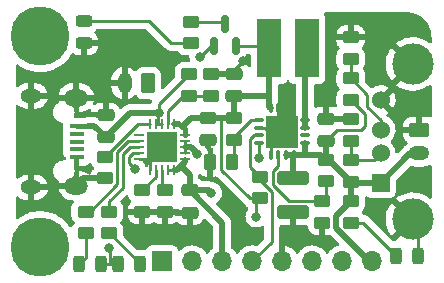
<source format=gbr>
%TF.GenerationSoftware,KiCad,Pcbnew,(5.99.0-10766-geeb405c196)*%
%TF.CreationDate,2021-06-19T10:41:35+04:00*%
%TF.ProjectId,Adafruit-PowerBoost-1000C,41646166-7275-4697-942d-506f77657242,rev?*%
%TF.SameCoordinates,Original*%
%TF.FileFunction,Copper,L1,Top*%
%TF.FilePolarity,Positive*%
%FSLAX46Y46*%
G04 Gerber Fmt 4.6, Leading zero omitted, Abs format (unit mm)*
G04 Created by KiCad (PCBNEW (5.99.0-10766-geeb405c196)) date 2021-06-19 10:41:35*
%MOMM*%
%LPD*%
G01*
G04 APERTURE LIST*
G04 Aperture macros list*
%AMRoundRect*
0 Rectangle with rounded corners*
0 $1 Rounding radius*
0 $2 $3 $4 $5 $6 $7 $8 $9 X,Y pos of 4 corners*
0 Add a 4 corners polygon primitive as box body*
4,1,4,$2,$3,$4,$5,$6,$7,$8,$9,$2,$3,0*
0 Add four circle primitives for the rounded corners*
1,1,$1+$1,$2,$3*
1,1,$1+$1,$4,$5*
1,1,$1+$1,$6,$7*
1,1,$1+$1,$8,$9*
0 Add four rect primitives between the rounded corners*
20,1,$1+$1,$2,$3,$4,$5,0*
20,1,$1+$1,$4,$5,$6,$7,0*
20,1,$1+$1,$6,$7,$8,$9,0*
20,1,$1+$1,$8,$9,$2,$3,0*%
G04 Aperture macros list end*
%TA.AperFunction,SMDPad,CuDef*%
%ADD10RoundRect,0.250000X0.475000X-0.250000X0.475000X0.250000X-0.475000X0.250000X-0.475000X-0.250000X0*%
%TD*%
%TA.AperFunction,SMDPad,CuDef*%
%ADD11R,2.100000X5.000000*%
%TD*%
%TA.AperFunction,SMDPad,CuDef*%
%ADD12RoundRect,0.243750X-0.243750X-0.456250X0.243750X-0.456250X0.243750X0.456250X-0.243750X0.456250X0*%
%TD*%
%TA.AperFunction,SMDPad,CuDef*%
%ADD13RoundRect,0.250000X0.450000X-0.262500X0.450000X0.262500X-0.450000X0.262500X-0.450000X-0.262500X0*%
%TD*%
%TA.AperFunction,ComponentPad*%
%ADD14RoundRect,0.250000X0.350000X0.625000X-0.350000X0.625000X-0.350000X-0.625000X0.350000X-0.625000X0*%
%TD*%
%TA.AperFunction,ComponentPad*%
%ADD15O,1.200000X1.750000*%
%TD*%
%TA.AperFunction,SMDPad,CuDef*%
%ADD16RoundRect,0.250000X-0.450000X0.262500X-0.450000X-0.262500X0.450000X-0.262500X0.450000X0.262500X0*%
%TD*%
%TA.AperFunction,SMDPad,CuDef*%
%ADD17RoundRect,0.250000X-0.475000X0.250000X-0.475000X-0.250000X0.475000X-0.250000X0.475000X0.250000X0*%
%TD*%
%TA.AperFunction,SMDPad,CuDef*%
%ADD18RoundRect,0.250000X-1.100000X0.325000X-1.100000X-0.325000X1.100000X-0.325000X1.100000X0.325000X0*%
%TD*%
%TA.AperFunction,ComponentPad*%
%ADD19R,1.700000X1.700000*%
%TD*%
%TA.AperFunction,ComponentPad*%
%ADD20O,1.700000X1.700000*%
%TD*%
%TA.AperFunction,SMDPad,CuDef*%
%ADD21RoundRect,0.087500X0.325000X0.087500X-0.325000X0.087500X-0.325000X-0.087500X0.325000X-0.087500X0*%
%TD*%
%TA.AperFunction,SMDPad,CuDef*%
%ADD22RoundRect,0.087500X0.087500X0.325000X-0.087500X0.325000X-0.087500X-0.325000X0.087500X-0.325000X0*%
%TD*%
%TA.AperFunction,SMDPad,CuDef*%
%ADD23R,2.700000X2.700000*%
%TD*%
%TA.AperFunction,ComponentPad*%
%ADD24C,0.500000*%
%TD*%
%TA.AperFunction,SMDPad,CuDef*%
%ADD25RoundRect,0.250000X0.262500X0.450000X-0.262500X0.450000X-0.262500X-0.450000X0.262500X-0.450000X0*%
%TD*%
%TA.AperFunction,ComponentPad*%
%ADD26R,1.524000X1.524000*%
%TD*%
%TA.AperFunction,ComponentPad*%
%ADD27C,1.524000*%
%TD*%
%TA.AperFunction,ComponentPad*%
%ADD28C,3.500000*%
%TD*%
%TA.AperFunction,SMDPad,CuDef*%
%ADD29RoundRect,0.243750X0.456250X-0.243750X0.456250X0.243750X-0.456250X0.243750X-0.456250X-0.243750X0*%
%TD*%
%TA.AperFunction,ComponentPad*%
%ADD30C,5.000000*%
%TD*%
%TA.AperFunction,SMDPad,CuDef*%
%ADD31RoundRect,0.243750X0.243750X0.456250X-0.243750X0.456250X-0.243750X-0.456250X0.243750X-0.456250X0*%
%TD*%
%TA.AperFunction,SMDPad,CuDef*%
%ADD32RoundRect,0.150000X0.150000X-0.587500X0.150000X0.587500X-0.150000X0.587500X-0.150000X-0.587500X0*%
%TD*%
%TA.AperFunction,SMDPad,CuDef*%
%ADD33RoundRect,0.062500X-0.062500X0.350000X-0.062500X-0.350000X0.062500X-0.350000X0.062500X0.350000X0*%
%TD*%
%TA.AperFunction,SMDPad,CuDef*%
%ADD34RoundRect,0.062500X-0.350000X0.062500X-0.350000X-0.062500X0.350000X-0.062500X0.350000X0.062500X0*%
%TD*%
%TA.AperFunction,ComponentPad*%
%ADD35O,0.600000X0.600000*%
%TD*%
%TA.AperFunction,SMDPad,CuDef*%
%ADD36R,2.500000X2.500000*%
%TD*%
%TA.AperFunction,SMDPad,CuDef*%
%ADD37R,1.300000X0.450000*%
%TD*%
%TA.AperFunction,ComponentPad*%
%ADD38O,2.000000X1.450000*%
%TD*%
%TA.AperFunction,ComponentPad*%
%ADD39O,1.800000X1.150000*%
%TD*%
%TA.AperFunction,ComponentPad*%
%ADD40RoundRect,0.250000X-0.625000X0.350000X-0.625000X-0.350000X0.625000X-0.350000X0.625000X0.350000X0*%
%TD*%
%TA.AperFunction,ComponentPad*%
%ADD41O,1.750000X1.200000*%
%TD*%
%TA.AperFunction,ViaPad*%
%ADD42C,0.800000*%
%TD*%
%TA.AperFunction,Conductor*%
%ADD43C,0.500000*%
%TD*%
%TA.AperFunction,Conductor*%
%ADD44C,0.250000*%
%TD*%
%TA.AperFunction,Conductor*%
%ADD45C,0.400000*%
%TD*%
G04 APERTURE END LIST*
D10*
%TO.P,C4,1*%
%TO.N,/+V_BAT*%
X119000000Y-84700000D03*
%TO.P,C4,2*%
%TO.N,GND*%
X119000000Y-82800000D03*
%TD*%
D11*
%TO.P,L1,1,1*%
%TO.N,/+V_BAT*%
X121950000Y-80650000D03*
%TO.P,L1,2,2*%
%TO.N,Net-(L1-Pad2)*%
X125150000Y-80650000D03*
%TD*%
D12*
%TO.P,D2,1,K*%
%TO.N,Net-(D2-Pad1)*%
X105862500Y-98900000D03*
%TO.P,D2,2,A*%
%TO.N,+5V*%
X107737500Y-98900000D03*
%TD*%
D13*
%TO.P,R2,1*%
%TO.N,Net-(D2-Pad1)*%
X106400000Y-96312500D03*
%TO.P,R2,2*%
%TO.N,Net-(R2-Pad2)*%
X106400000Y-94487500D03*
%TD*%
%TO.P,R1,1*%
%TO.N,Net-(D1-Pad1)*%
X108400000Y-96312500D03*
%TO.P,R1,2*%
%TO.N,Net-(R1-Pad2)*%
X108400000Y-94487500D03*
%TD*%
D14*
%TO.P,BT1,1,+*%
%TO.N,/+V_LIPO*%
X111700000Y-83600000D03*
D15*
%TO.P,BT1,2,-*%
%TO.N,GND*%
X109700000Y-83600000D03*
%TD*%
D13*
%TO.P,R15,1*%
%TO.N,/+5V_OUT*%
X128850000Y-85015625D03*
%TO.P,R15,2*%
%TO.N,Net-(J4-Pad3)*%
X128850000Y-83190625D03*
%TD*%
D16*
%TO.P,R12,1*%
%TO.N,Net-(R11-Pad2)*%
X126450000Y-93587500D03*
%TO.P,R12,2*%
%TO.N,GND*%
X126450000Y-95412500D03*
%TD*%
%TO.P,R8,1*%
%TO.N,/+V_BAT*%
X119000000Y-86587500D03*
%TO.P,R8,2*%
%TO.N,Net-(R8-Pad2)*%
X119000000Y-88412500D03*
%TD*%
%TO.P,R18,1*%
%TO.N,GND*%
X128850000Y-86656250D03*
%TO.P,R18,2*%
%TO.N,Net-(J4-Pad2)*%
X128850000Y-88481250D03*
%TD*%
D17*
%TO.P,C3,1*%
%TO.N,/+V_BAT*%
X116750000Y-86550000D03*
%TO.P,C3,2*%
%TO.N,GND*%
X116750000Y-88450000D03*
%TD*%
D16*
%TO.P,R16,1*%
%TO.N,GND*%
X128850000Y-79725000D03*
%TO.P,R16,2*%
%TO.N,Net-(J4-Pad3)*%
X128850000Y-81550000D03*
%TD*%
D13*
%TO.P,R3,1*%
%TO.N,Net-(R3-Pad1)*%
X115150000Y-84662500D03*
%TO.P,R3,2*%
%TO.N,+5V*%
X115150000Y-82837500D03*
%TD*%
%TO.P,R10,1*%
%TO.N,/+V_BAT*%
X121150000Y-93362500D03*
%TO.P,R10,2*%
%TO.N,/ENABLE*%
X121150000Y-91537500D03*
%TD*%
%TO.P,R4,1*%
%TO.N,Net-(R3-Pad1)*%
X117050000Y-84662500D03*
%TO.P,R4,2*%
%TO.N,GND*%
X117050000Y-82837500D03*
%TD*%
%TO.P,R17,1*%
%TO.N,/+5V_OUT*%
X128850000Y-91946875D03*
%TO.P,R17,2*%
%TO.N,Net-(J4-Pad2)*%
X128850000Y-90121875D03*
%TD*%
D16*
%TO.P,R13,1*%
%TO.N,Net-(Q1-Pad3)*%
X115300000Y-78387500D03*
%TO.P,R13,2*%
%TO.N,Net-(D3-Pad2)*%
X115300000Y-80212500D03*
%TD*%
D18*
%TO.P,C6,1*%
%TO.N,/+5V_OUT*%
X123950000Y-91595000D03*
%TO.P,C6,2*%
%TO.N,GND*%
X123950000Y-94545000D03*
%TD*%
D19*
%TO.P,J2,1,Pin_1*%
%TO.N,+5V*%
X112875000Y-98700000D03*
D20*
%TO.P,J2,2,Pin_2*%
%TO.N,/+V_BAT*%
X115415000Y-98700000D03*
%TO.P,J2,3,Pin_3*%
%TO.N,/+V_LIPO*%
X117955000Y-98700000D03*
%TO.P,J2,4,Pin_4*%
%TO.N,/ENABLE*%
X120495000Y-98700000D03*
%TO.P,J2,5,Pin_5*%
%TO.N,GND*%
X123035000Y-98700000D03*
%TO.P,J2,6,Pin_6*%
%TO.N,/LBO*%
X125575000Y-98700000D03*
%TO.P,J2,7,Pin_7*%
%TO.N,GND*%
X128115000Y-98700000D03*
%TO.P,J2,8,Pin_8*%
%TO.N,/+5V_OUT*%
X130655000Y-98700000D03*
%TD*%
D21*
%TO.P,U2,1,VOUT*%
%TO.N,/+5V_OUT*%
X125012500Y-88675000D03*
%TO.P,U2,2,NC*%
%TO.N,unconnected-(U2-Pad2)*%
X125012500Y-88025000D03*
%TO.P,U2,3,SW*%
%TO.N,Net-(L1-Pad2)*%
X125012500Y-87375000D03*
%TO.P,U2,4,SW*%
X125012500Y-86725000D03*
D22*
%TO.P,U2,5,PGND*%
%TO.N,GND*%
X124025000Y-85737500D03*
%TO.P,U2,6,PGND*%
X123375000Y-85737500D03*
%TO.P,U2,7,PGND*%
X122725000Y-85737500D03*
%TO.P,U2,8,VBAT*%
%TO.N,/+V_BAT*%
X122075000Y-85737500D03*
D21*
%TO.P,U2,9,LBI*%
%TO.N,Net-(R8-Pad2)*%
X121087500Y-86725000D03*
%TO.P,U2,10,SYNC*%
%TO.N,GND*%
X121087500Y-87375000D03*
%TO.P,U2,11,EN*%
%TO.N,/ENABLE*%
X121087500Y-88025000D03*
%TO.P,U2,12,LBO*%
%TO.N,/LBO*%
X121087500Y-88675000D03*
D22*
%TO.P,U2,13,GND*%
%TO.N,GND*%
X122075000Y-89662500D03*
%TO.P,U2,14,FB*%
%TO.N,Net-(R11-Pad2)*%
X122725000Y-89662500D03*
%TO.P,U2,15,VOUT*%
%TO.N,/+5V_OUT*%
X123375000Y-89662500D03*
%TO.P,U2,16,VOUT*%
X124025000Y-89662500D03*
D23*
%TO.P,U2,17,PAD*%
%TO.N,GND*%
X123050000Y-87700000D03*
D24*
X124150000Y-87700000D03*
X123050000Y-88800000D03*
X124150000Y-86600000D03*
X124150000Y-88800000D03*
X121950000Y-88800000D03*
X123050000Y-87700000D03*
X123050000Y-86600000D03*
X121950000Y-87700000D03*
X121950000Y-86600000D03*
%TD*%
D25*
%TO.P,R9,1*%
%TO.N,Net-(R8-Pad2)*%
X118762500Y-90300000D03*
%TO.P,R9,2*%
%TO.N,GND*%
X116937500Y-90300000D03*
%TD*%
D26*
%TO.P,J4,1,VBUS*%
%TO.N,/+5V_OUT*%
X131372500Y-92050000D03*
D27*
%TO.P,J4,2,D-*%
%TO.N,Net-(J4-Pad2)*%
X131372500Y-89550000D03*
%TO.P,J4,3,D+*%
%TO.N,Net-(J4-Pad3)*%
X131372500Y-87550000D03*
%TO.P,J4,4,GND*%
%TO.N,GND*%
X131372500Y-85050000D03*
D28*
%TO.P,J4,5,Shield*%
X134082500Y-95120000D03*
X134082500Y-81980000D03*
%TD*%
D10*
%TO.P,C1,1*%
%TO.N,+5V*%
X108100000Y-88200000D03*
%TO.P,C1,2*%
%TO.N,GND*%
X108100000Y-86300000D03*
%TD*%
D17*
%TO.P,C2,1*%
%TO.N,/+V_LIPO*%
X115200000Y-92670000D03*
%TO.P,C2,2*%
%TO.N,GND*%
X115200000Y-94570000D03*
%TD*%
D16*
%TO.P,R6,1*%
%TO.N,Net-(R6-Pad1)*%
X111200000Y-92687500D03*
%TO.P,R6,2*%
%TO.N,GND*%
X111200000Y-94512500D03*
%TD*%
D10*
%TO.P,C5,1*%
%TO.N,/+5V_OUT*%
X126750000Y-88500000D03*
%TO.P,C5,2*%
%TO.N,GND*%
X126750000Y-86600000D03*
%TD*%
D29*
%TO.P,D3,1,K*%
%TO.N,GND*%
X106250000Y-80237500D03*
%TO.P,D3,2,A*%
%TO.N,Net-(D3-Pad2)*%
X106250000Y-78362500D03*
%TD*%
D16*
%TO.P,R7,1*%
%TO.N,Net-(R7-Pad1)*%
X108050000Y-89837500D03*
%TO.P,R7,2*%
%TO.N,GND*%
X108050000Y-91662500D03*
%TD*%
D30*
%TO.P,H2,1*%
%TO.N,N/C*%
X102550000Y-97450000D03*
%TD*%
D16*
%TO.P,R5,1*%
%TO.N,Net-(R5-Pad1)*%
X113100000Y-92687500D03*
%TO.P,R5,2*%
%TO.N,GND*%
X113100000Y-94512500D03*
%TD*%
D31*
%TO.P,D1,1,K*%
%TO.N,Net-(D1-Pad1)*%
X111037500Y-98900000D03*
%TO.P,D1,2,A*%
%TO.N,+5V*%
X109162500Y-98900000D03*
%TD*%
D32*
%TO.P,Q1,1,B*%
%TO.N,/LBO*%
X117250000Y-80487500D03*
%TO.P,Q1,2,E*%
%TO.N,/+V_BAT*%
X119150000Y-80487500D03*
%TO.P,Q1,3,C*%
%TO.N,Net-(Q1-Pad3)*%
X118200000Y-78612500D03*
%TD*%
D31*
%TO.P,D4,1,K*%
%TO.N,GND*%
X134587500Y-98200000D03*
%TO.P,D4,2,A*%
%TO.N,Net-(D4-Pad2)*%
X132712500Y-98200000D03*
%TD*%
D33*
%TO.P,U1,1,OUT*%
%TO.N,/+V_BAT*%
X113850000Y-87062500D03*
%TO.P,U1,2,VPCC*%
%TO.N,Net-(R3-Pad1)*%
X113350000Y-87062500D03*
%TO.P,U1,3,SEL*%
%TO.N,+5V*%
X112850000Y-87062500D03*
%TO.P,U1,4,PROG2*%
X112350000Y-87062500D03*
%TO.P,U1,5,THERM*%
%TO.N,Net-(R7-Pad1)*%
X111850000Y-87062500D03*
D34*
%TO.P,U1,6,~PG~*%
%TO.N,unconnected-(U1-Pad6)*%
X110912500Y-88000000D03*
%TO.P,U1,7,STAT2*%
%TO.N,Net-(R2-Pad2)*%
X110912500Y-88500000D03*
%TO.P,U1,8,STAT1/~LBO~*%
%TO.N,Net-(R1-Pad2)*%
X110912500Y-89000000D03*
%TO.P,U1,9,~TE*%
%TO.N,+5V*%
X110912500Y-89500000D03*
%TO.P,U1,10,VSS*%
%TO.N,GND*%
X110912500Y-90000000D03*
D33*
%TO.P,U1,11,VSS*%
X111850000Y-90937500D03*
%TO.P,U1,12,PROG3*%
%TO.N,Net-(R6-Pad1)*%
X112350000Y-90937500D03*
%TO.P,U1,13,PROG1*%
%TO.N,Net-(R5-Pad1)*%
X112850000Y-90937500D03*
%TO.P,U1,14,VBAT*%
%TO.N,/+V_LIPO*%
X113350000Y-90937500D03*
%TO.P,U1,15,VBAT*%
X113850000Y-90937500D03*
D34*
%TO.P,U1,16,Vbat_SENSE*%
X114787500Y-90000000D03*
%TO.P,U1,17,CE*%
%TO.N,+5V*%
X114787500Y-89500000D03*
%TO.P,U1,18,IN*%
X114787500Y-89000000D03*
%TO.P,U1,19,IN*%
X114787500Y-88500000D03*
%TO.P,U1,20,OUT*%
%TO.N,/+V_BAT*%
X114787500Y-88000000D03*
D35*
%TO.P,U1,21,VSS*%
%TO.N,GND*%
X113600000Y-89750000D03*
X112850000Y-88250000D03*
X112100000Y-89000000D03*
X113600000Y-89000000D03*
X112100000Y-88250000D03*
D36*
X112850000Y-89000000D03*
D35*
X112900000Y-89750000D03*
X113600000Y-88250000D03*
X112100000Y-89750000D03*
X112850000Y-89000000D03*
%TD*%
D16*
%TO.P,R11,1*%
%TO.N,/+5V_OUT*%
X126720000Y-90087500D03*
%TO.P,R11,2*%
%TO.N,Net-(R11-Pad2)*%
X126720000Y-91912500D03*
%TD*%
D37*
%TO.P,J1,1,VBUS*%
%TO.N,+5V*%
X105650000Y-87250000D03*
%TO.P,J1,2,D-*%
%TO.N,unconnected-(J1-Pad2)*%
X105650000Y-87900000D03*
%TO.P,J1,3,D+*%
%TO.N,unconnected-(J1-Pad3)*%
X105650000Y-88550000D03*
%TO.P,J1,4,ID*%
%TO.N,unconnected-(J1-Pad4)*%
X105650000Y-89200000D03*
%TO.P,J1,5,GND*%
%TO.N,GND*%
X105650000Y-89850000D03*
D38*
%TO.P,J1,6,Shield*%
X105600000Y-84825000D03*
D39*
X101800000Y-84675000D03*
X101800000Y-92425000D03*
D38*
X105600000Y-92275000D03*
%TD*%
D30*
%TO.P,H1,1*%
%TO.N,N/C*%
X102550000Y-79650000D03*
%TD*%
D16*
%TO.P,R14,1*%
%TO.N,/+5V_OUT*%
X128850000Y-93587500D03*
%TO.P,R14,2*%
%TO.N,Net-(D4-Pad2)*%
X128850000Y-95412500D03*
%TD*%
D40*
%TO.P,J3,1,Pin_1*%
%TO.N,GND*%
X134650000Y-87550000D03*
D41*
%TO.P,J3,2,Pin_2*%
%TO.N,/+5V_OUT*%
X134650000Y-89550000D03*
%TD*%
D42*
%TO.N,/+V_LIPO*%
X117050000Y-92900000D03*
%TO.N,GND*%
X119700000Y-81750000D03*
X111200000Y-96200000D03*
X118650000Y-93550000D03*
%TO.N,+5V*%
X110600000Y-90900000D03*
X108400000Y-97550000D03*
X115851622Y-89634495D03*
X112600000Y-86150000D03*
%TO.N,/+V_BAT*%
X120850000Y-94900000D03*
%TO.N,/LBO*%
X121100000Y-89900000D03*
X116100000Y-81400000D03*
%TD*%
D43*
%TO.N,/+V_LIPO*%
X114162500Y-90937500D02*
X114475000Y-90625000D01*
X115200000Y-92670000D02*
X117955000Y-95425000D01*
X117955000Y-95425000D02*
X117955000Y-98700000D01*
X115200000Y-91350000D02*
X114475000Y-90625000D01*
X116820000Y-92670000D02*
X117050000Y-92900000D01*
X113850000Y-90937500D02*
X114162500Y-90937500D01*
X114787500Y-90312500D02*
X114787500Y-90074520D01*
D44*
X113350000Y-90937500D02*
X113850000Y-90937500D01*
D43*
X114475000Y-90625000D02*
X114787500Y-90312500D01*
X115200000Y-92670000D02*
X115200000Y-91350000D01*
X115200000Y-92670000D02*
X116820000Y-92670000D01*
D44*
%TO.N,GND*%
X111850000Y-90937500D02*
X111850000Y-90000000D01*
X134587500Y-98200000D02*
X134587500Y-95625000D01*
X122725000Y-86275000D02*
X123050000Y-86600000D01*
X121625000Y-87375000D02*
X121950000Y-87700000D01*
D43*
X108050000Y-91662500D02*
X106212500Y-91662500D01*
D44*
X122725000Y-85737500D02*
X122725000Y-86275000D01*
X123375000Y-86275000D02*
X123050000Y-86600000D01*
X126806250Y-86656250D02*
X126750000Y-86600000D01*
X122075000Y-88925000D02*
X121950000Y-88800000D01*
D43*
X111200000Y-94512500D02*
X111200000Y-96200000D01*
D44*
X134587500Y-95625000D02*
X134082500Y-95120000D01*
X111850000Y-90000000D02*
X112100000Y-89750000D01*
X110912500Y-90000000D02*
X111850000Y-90000000D01*
X119000000Y-82800000D02*
X119000000Y-82450000D01*
X128850000Y-86656250D02*
X126806250Y-86656250D01*
D43*
X106212500Y-91662500D02*
X105600000Y-92275000D01*
D44*
X119000000Y-82450000D02*
X119700000Y-81750000D01*
X123375000Y-85737500D02*
X123375000Y-86275000D01*
X124025000Y-85737500D02*
X124025000Y-86475000D01*
X121087500Y-87375000D02*
X121625000Y-87375000D01*
X124025000Y-86475000D02*
X124150000Y-86600000D01*
X122075000Y-89662500D02*
X122075000Y-88925000D01*
%TO.N,+5V*%
X112537500Y-86212500D02*
X112600000Y-86150000D01*
X108450000Y-98900000D02*
X108450000Y-97600000D01*
D43*
X115350000Y-89000000D02*
X115450000Y-89100000D01*
D44*
X114787500Y-88500000D02*
X114787500Y-89000000D01*
X112537500Y-87062500D02*
X112850000Y-87062500D01*
X110100000Y-90400000D02*
X110600000Y-90900000D01*
D43*
X106600000Y-87250000D02*
X107150000Y-87250000D01*
D44*
X110445598Y-89500000D02*
X110100000Y-89845598D01*
X107737500Y-98900000D02*
X108450000Y-98900000D01*
X112537500Y-87062500D02*
X112537500Y-86212500D01*
X112350000Y-87062500D02*
X112537500Y-87062500D01*
D43*
X108100000Y-88200000D02*
X110150000Y-86150000D01*
D45*
X105650000Y-87250000D02*
X106600000Y-87250000D01*
D44*
X108450000Y-98900000D02*
X109162500Y-98900000D01*
D43*
X115851622Y-89501622D02*
X115851622Y-89634495D01*
D44*
X108450000Y-97600000D02*
X108400000Y-97550000D01*
X110100000Y-89845598D02*
X110100000Y-90400000D01*
D43*
X110150000Y-86150000D02*
X112600000Y-86150000D01*
X114787500Y-89000000D02*
X115350000Y-89000000D01*
X107150000Y-87250000D02*
X108100000Y-88200000D01*
D44*
X112600000Y-85387500D02*
X115150000Y-82837500D01*
X110912500Y-89500000D02*
X110445598Y-89500000D01*
X112600000Y-86150000D02*
X112600000Y-85387500D01*
D43*
X115450000Y-89100000D02*
X115851622Y-89501622D01*
D44*
X114787500Y-89500000D02*
X114787500Y-89000000D01*
D43*
%TO.N,/+V_BAT*%
X119000000Y-84700000D02*
X121900000Y-84700000D01*
X114562500Y-87287500D02*
X115300000Y-86550000D01*
X114337500Y-87062500D02*
X113924520Y-87062500D01*
D44*
X119150000Y-80487500D02*
X121787500Y-80487500D01*
D43*
X121950000Y-84750000D02*
X121950000Y-85612500D01*
X119000000Y-86587500D02*
X119000000Y-84700000D01*
D44*
X113850000Y-87062500D02*
X114337500Y-87062500D01*
X117900000Y-90969566D02*
X117900000Y-86550000D01*
X114787500Y-87512500D02*
X114562500Y-87287500D01*
D45*
X114787500Y-87512500D02*
X114787500Y-87975480D01*
D44*
X120292934Y-93362500D02*
X117900000Y-90969566D01*
D43*
X116750000Y-86550000D02*
X117900000Y-86550000D01*
D44*
X121787500Y-80487500D02*
X121950000Y-80650000D01*
D43*
X121950000Y-81750000D02*
X121950000Y-80650000D01*
D44*
X120850000Y-93662500D02*
X121150000Y-93362500D01*
D43*
X118962500Y-86550000D02*
X119000000Y-86587500D01*
X121900000Y-84700000D02*
X121950000Y-84750000D01*
D44*
X114562500Y-87287500D02*
X114337500Y-87062500D01*
D43*
X117900000Y-86550000D02*
X118962500Y-86550000D01*
D44*
X121150000Y-93362500D02*
X120292934Y-93362500D01*
X120850000Y-94900000D02*
X120850000Y-93662500D01*
D43*
X121950000Y-85612500D02*
X122075000Y-85737500D01*
X121950000Y-80650000D02*
X121950000Y-84750000D01*
D44*
X114787500Y-88000000D02*
X114787500Y-87512500D01*
D43*
X115300000Y-86550000D02*
X116750000Y-86550000D01*
D44*
%TO.N,/+5V_OUT*%
X127700000Y-87550000D02*
X126750000Y-88500000D01*
D43*
X128850000Y-93587500D02*
X128850000Y-93600000D01*
X125012500Y-88675000D02*
X125012500Y-89637500D01*
D44*
X128850000Y-85015625D02*
X128890625Y-85015625D01*
D43*
X126990625Y-90087500D02*
X128850000Y-91946875D01*
X123950000Y-89737500D02*
X124025000Y-89662500D01*
D44*
X129750000Y-87550000D02*
X127700000Y-87550000D01*
D43*
X126295000Y-89662500D02*
X126720000Y-90087500D01*
D44*
X128890625Y-85015625D02*
X130050000Y-86175000D01*
D43*
X123375000Y-89662500D02*
X124987500Y-89662500D01*
X130428658Y-98700000D02*
X130655000Y-98700000D01*
D44*
X130050000Y-86175000D02*
X130050000Y-87250000D01*
D43*
X126720000Y-90087500D02*
X126990625Y-90087500D01*
X127600000Y-94850000D02*
X127600000Y-95871342D01*
X128850000Y-93600000D02*
X127600000Y-94850000D01*
X126750000Y-90057500D02*
X126720000Y-90087500D01*
X128850000Y-93587500D02*
X128850000Y-91946875D01*
D44*
X130050000Y-87250000D02*
X129750000Y-87550000D01*
D43*
X131372500Y-92050000D02*
X128953125Y-92050000D01*
X125012500Y-89637500D02*
X124987500Y-89662500D01*
X134650000Y-89550000D02*
X133872500Y-89550000D01*
X124987500Y-89662500D02*
X126295000Y-89662500D01*
X127600000Y-95871342D02*
X130428658Y-98700000D01*
X128953125Y-92050000D02*
X128850000Y-91946875D01*
X126750000Y-88500000D02*
X126750000Y-90057500D01*
X123950000Y-91595000D02*
X123950000Y-89737500D01*
X133872500Y-89550000D02*
X131372500Y-92050000D01*
D44*
%TO.N,Net-(D1-Pad1)*%
X108400000Y-96312500D02*
X108450000Y-96312500D01*
X108450000Y-96312500D02*
X111037500Y-98900000D01*
%TO.N,Net-(D2-Pad1)*%
X106400000Y-96312500D02*
X106400000Y-98362500D01*
X106400000Y-98362500D02*
X105862500Y-98900000D01*
%TO.N,Net-(D3-Pad2)*%
X106250000Y-78362500D02*
X111762500Y-78362500D01*
X111762500Y-78362500D02*
X113612500Y-80212500D01*
X113612500Y-80212500D02*
X115300000Y-80212500D01*
%TO.N,Net-(D4-Pad2)*%
X129925000Y-95412500D02*
X128850000Y-95412500D01*
X132712500Y-98200000D02*
X129925000Y-95412500D01*
%TO.N,/ENABLE*%
X120675000Y-88025000D02*
X120350480Y-88349520D01*
X120350480Y-90737980D02*
X121150000Y-91537500D01*
X122174520Y-92810224D02*
X121150000Y-91785704D01*
X120350480Y-88349520D02*
X120350480Y-90737980D01*
X120495000Y-98700000D02*
X122174520Y-97020480D01*
X121087500Y-88025000D02*
X120675000Y-88025000D01*
X121150000Y-91785704D02*
X121150000Y-91537500D01*
X122174520Y-97020480D02*
X122174520Y-92810224D01*
%TO.N,/LBO*%
X117012500Y-80487500D02*
X116100000Y-81400000D01*
X121100000Y-88687500D02*
X121087500Y-88675000D01*
X117250000Y-80487500D02*
X117012500Y-80487500D01*
X121100000Y-89900000D02*
X121100000Y-88687500D01*
%TO.N,Net-(J4-Pad2)*%
X128850000Y-88481250D02*
X128850000Y-90121875D01*
X130800625Y-90121875D02*
X128850000Y-90121875D01*
X131372500Y-89550000D02*
X130800625Y-90121875D01*
%TO.N,Net-(J4-Pad3)*%
X128850000Y-83190625D02*
X130249510Y-84590135D01*
X131372500Y-86736796D02*
X131372500Y-87550000D01*
X130249510Y-85613806D02*
X131372500Y-86736796D01*
X128850000Y-81550000D02*
X128850000Y-83190625D01*
X130249510Y-84590135D02*
X130249510Y-85613806D01*
D43*
%TO.N,Net-(L1-Pad2)*%
X125012500Y-86725000D02*
X125012500Y-80787500D01*
X125012500Y-80787500D02*
X125150000Y-80650000D01*
X125012500Y-87375000D02*
X125012500Y-86725000D01*
D44*
%TO.N,Net-(Q1-Pad3)*%
X115300000Y-78387500D02*
X117975000Y-78387500D01*
X117975000Y-78387500D02*
X118200000Y-78612500D01*
%TO.N,Net-(R1-Pad2)*%
X110150000Y-89000000D02*
X109550000Y-89600000D01*
X110912500Y-89000000D02*
X110150000Y-89000000D01*
X109550000Y-89600000D02*
X109550000Y-92450000D01*
X109550000Y-92450000D02*
X108400000Y-93600000D01*
X108400000Y-93600000D02*
X108400000Y-94487500D01*
%TO.N,Net-(R2-Pad2)*%
X109100000Y-92144566D02*
X106757066Y-94487500D01*
X110912500Y-88500000D02*
X110014296Y-88500000D01*
X106757066Y-94487500D02*
X106400000Y-94487500D01*
X109100000Y-89414296D02*
X109100000Y-92144566D01*
X110014296Y-88500000D02*
X109100000Y-89414296D01*
%TO.N,Net-(R3-Pad1)*%
X113350000Y-86000000D02*
X113350000Y-87062500D01*
X117050000Y-84662500D02*
X115150000Y-84662500D01*
X115150000Y-84662500D02*
X114687500Y-84662500D01*
X114687500Y-84662500D02*
X113350000Y-86000000D01*
%TO.N,Net-(R5-Pad1)*%
X112850000Y-92437500D02*
X113100000Y-92687500D01*
X112850000Y-90937500D02*
X112850000Y-92437500D01*
%TO.N,Net-(R6-Pad1)*%
X112350000Y-90937500D02*
X112350000Y-91537500D01*
X112350000Y-91537500D02*
X111200000Y-92687500D01*
%TO.N,Net-(R7-Pad1)*%
X108050000Y-89837500D02*
X108050000Y-89828592D01*
X108050000Y-89828592D02*
X110816092Y-87062500D01*
X110816092Y-87062500D02*
X111850000Y-87062500D01*
%TO.N,Net-(R8-Pad2)*%
X121087500Y-86725000D02*
X120394566Y-86725000D01*
X119000000Y-88412500D02*
X119000000Y-90062500D01*
X119000000Y-90062500D02*
X118762500Y-90300000D01*
X119000000Y-88119566D02*
X119000000Y-88412500D01*
X120394566Y-86725000D02*
X119000000Y-88119566D01*
%TO.N,Net-(R11-Pad2)*%
X122725000Y-89662500D02*
X122725000Y-90575434D01*
X122250000Y-91050434D02*
X122250000Y-92250000D01*
X122725000Y-90575434D02*
X122250000Y-91050434D01*
X126720000Y-91912500D02*
X126720000Y-93317500D01*
X126720000Y-93317500D02*
X126450000Y-93587500D01*
X122250000Y-92250000D02*
X123587500Y-93587500D01*
X123587500Y-93587500D02*
X126450000Y-93587500D01*
%TD*%
%TA.AperFunction,Conductor*%
%TO.N,GND*%
G36*
X124146121Y-94311002D02*
G01*
X124192614Y-94364658D01*
X124204000Y-94417000D01*
X124204000Y-95609885D01*
X124208475Y-95625124D01*
X124209865Y-95626329D01*
X124217548Y-95628000D01*
X125089223Y-95628000D01*
X125096515Y-95627576D01*
X125104512Y-95626644D01*
X125174491Y-95638625D01*
X125226883Y-95686536D01*
X125244253Y-95737206D01*
X125256617Y-95843254D01*
X125259963Y-95857410D01*
X125315263Y-96009761D01*
X125321773Y-96022760D01*
X125410641Y-96158306D01*
X125419965Y-96169458D01*
X125537629Y-96280922D01*
X125549276Y-96289635D01*
X125689429Y-96371043D01*
X125702754Y-96376837D01*
X125858700Y-96424068D01*
X125871323Y-96426516D01*
X125941184Y-96432751D01*
X125946779Y-96433000D01*
X126177885Y-96433000D01*
X126193124Y-96428525D01*
X126194329Y-96427135D01*
X126196000Y-96419452D01*
X126196000Y-95284500D01*
X126216002Y-95216379D01*
X126269658Y-95169886D01*
X126322000Y-95158500D01*
X126578000Y-95158500D01*
X126646121Y-95178502D01*
X126692614Y-95232158D01*
X126704000Y-95284500D01*
X126704000Y-96414885D01*
X126708475Y-96430124D01*
X126709865Y-96431329D01*
X126717548Y-96433000D01*
X126939222Y-96433000D01*
X126946524Y-96432576D01*
X127013154Y-96424807D01*
X127083133Y-96436785D01*
X127116841Y-96460864D01*
X127829122Y-97173145D01*
X127863148Y-97235457D01*
X127858083Y-97306272D01*
X127815536Y-97363108D01*
X127765902Y-97385555D01*
X127728553Y-97393392D01*
X127718358Y-97396451D01*
X127513932Y-97477182D01*
X127504396Y-97481916D01*
X127316486Y-97595942D01*
X127307896Y-97602206D01*
X127141884Y-97746264D01*
X127134464Y-97753895D01*
X126995100Y-97923860D01*
X126989079Y-97932622D01*
X126955427Y-97991739D01*
X126904344Y-98041045D01*
X126834714Y-98054906D01*
X126768643Y-98028922D01*
X126741405Y-97999773D01*
X126640607Y-97850053D01*
X126637627Y-97845626D01*
X126478482Y-97678799D01*
X126471011Y-97673240D01*
X126308067Y-97552006D01*
X126293504Y-97541171D01*
X126288753Y-97538755D01*
X126288749Y-97538753D01*
X126092740Y-97439097D01*
X126092739Y-97439097D01*
X126087982Y-97436678D01*
X125976906Y-97402188D01*
X125872895Y-97369891D01*
X125872889Y-97369890D01*
X125867792Y-97368307D01*
X125758261Y-97353790D01*
X125644515Y-97338714D01*
X125644510Y-97338714D01*
X125639230Y-97338014D01*
X125633900Y-97338214D01*
X125633899Y-97338214D01*
X125540320Y-97341727D01*
X125408831Y-97346663D01*
X125350301Y-97358944D01*
X125188411Y-97392912D01*
X125188408Y-97392913D01*
X125183184Y-97394009D01*
X124968740Y-97478697D01*
X124771631Y-97598306D01*
X124767601Y-97601803D01*
X124632349Y-97719168D01*
X124597492Y-97749415D01*
X124594109Y-97753541D01*
X124594105Y-97753545D01*
X124559545Y-97795695D01*
X124451304Y-97927705D01*
X124415116Y-97991278D01*
X124414842Y-97991760D01*
X124363760Y-98041066D01*
X124294130Y-98054928D01*
X124228059Y-98028945D01*
X124200820Y-97999795D01*
X124100218Y-97850366D01*
X124093557Y-97842080D01*
X123941830Y-97683030D01*
X123933873Y-97675990D01*
X123757523Y-97544782D01*
X123748486Y-97539178D01*
X123552550Y-97439559D01*
X123542699Y-97435559D01*
X123332778Y-97370378D01*
X123322396Y-97368095D01*
X123306959Y-97366049D01*
X123292792Y-97368246D01*
X123289000Y-97381430D01*
X123289000Y-98828000D01*
X123268998Y-98896121D01*
X123215342Y-98942614D01*
X123163000Y-98954000D01*
X122907000Y-98954000D01*
X122838879Y-98933998D01*
X122792386Y-98880342D01*
X122781000Y-98828000D01*
X122781000Y-97383717D01*
X122766392Y-97333968D01*
X122765392Y-97332413D01*
X122765354Y-97261416D01*
X122766036Y-97259432D01*
X122768182Y-97255528D01*
X122770389Y-97246933D01*
X122773219Y-97235912D01*
X122779623Y-97217208D01*
X122784519Y-97205895D01*
X122784521Y-97205888D01*
X122787668Y-97198616D01*
X122789408Y-97187635D01*
X122794585Y-97154945D01*
X122796992Y-97143324D01*
X122806507Y-97106262D01*
X122806507Y-97106261D01*
X122807985Y-97100505D01*
X122808020Y-97099949D01*
X122808020Y-97080028D01*
X122809571Y-97060318D01*
X122811464Y-97048366D01*
X122811464Y-97048365D01*
X122812704Y-97040536D01*
X122808579Y-96996897D01*
X122808020Y-96985040D01*
X122808020Y-95754000D01*
X122828022Y-95685879D01*
X122881678Y-95639386D01*
X122934020Y-95628000D01*
X123677885Y-95628000D01*
X123693124Y-95623525D01*
X123694329Y-95622135D01*
X123696000Y-95614452D01*
X123696000Y-94417000D01*
X123716002Y-94348879D01*
X123769658Y-94302386D01*
X123822000Y-94291000D01*
X124078000Y-94291000D01*
X124146121Y-94311002D01*
G37*
%TD.AperFunction*%
%TA.AperFunction,Conductor*%
G36*
X109937077Y-93062993D02*
G01*
X109993913Y-93105540D01*
X110011484Y-93138058D01*
X110059941Y-93271554D01*
X110067313Y-93291864D01*
X110164269Y-93439747D01*
X110169580Y-93444778D01*
X110169584Y-93444783D01*
X110235840Y-93507547D01*
X110271539Y-93568916D01*
X110268392Y-93639842D01*
X110240661Y-93685673D01*
X110144078Y-93787629D01*
X110135365Y-93799276D01*
X110053957Y-93939429D01*
X110048163Y-93952754D01*
X110000932Y-94108700D01*
X109998484Y-94121323D01*
X109992249Y-94191184D01*
X109992000Y-94196779D01*
X109992000Y-94240385D01*
X109996475Y-94255624D01*
X109997865Y-94256829D01*
X110005548Y-94258500D01*
X114242439Y-94258500D01*
X114310560Y-94278502D01*
X114324951Y-94289275D01*
X114353865Y-94314329D01*
X114361548Y-94316000D01*
X115328000Y-94316000D01*
X115396121Y-94336002D01*
X115442614Y-94389658D01*
X115454000Y-94442000D01*
X115454000Y-95559885D01*
X115458475Y-95575124D01*
X115459865Y-95576329D01*
X115467548Y-95578000D01*
X115714223Y-95578000D01*
X115721524Y-95577576D01*
X115843255Y-95563383D01*
X115857410Y-95560037D01*
X116009761Y-95504737D01*
X116022760Y-95498227D01*
X116158306Y-95409359D01*
X116169458Y-95400035D01*
X116280922Y-95282371D01*
X116289635Y-95270724D01*
X116368467Y-95135006D01*
X116419978Y-95086148D01*
X116489727Y-95072894D01*
X116555568Y-95099454D01*
X116566516Y-95109197D01*
X117159595Y-95702276D01*
X117193621Y-95764588D01*
X117196500Y-95791371D01*
X117196500Y-97502083D01*
X117176498Y-97570204D01*
X117150853Y-97597409D01*
X117151631Y-97598306D01*
X117012349Y-97719168D01*
X116977492Y-97749415D01*
X116974109Y-97753541D01*
X116974105Y-97753545D01*
X116939545Y-97795695D01*
X116831304Y-97927705D01*
X116828667Y-97932338D01*
X116828666Y-97932339D01*
X116795116Y-97991278D01*
X116744033Y-98040584D01*
X116674402Y-98054445D01*
X116608332Y-98028461D01*
X116581094Y-97999312D01*
X116580866Y-97998972D01*
X116480818Y-97850366D01*
X116480607Y-97850052D01*
X116480605Y-97850050D01*
X116477627Y-97845626D01*
X116318482Y-97678799D01*
X116311011Y-97673240D01*
X116148067Y-97552006D01*
X116133504Y-97541171D01*
X116128753Y-97538755D01*
X116128749Y-97538753D01*
X115932740Y-97439097D01*
X115932739Y-97439097D01*
X115927982Y-97436678D01*
X115816906Y-97402188D01*
X115712895Y-97369891D01*
X115712889Y-97369890D01*
X115707792Y-97368307D01*
X115598261Y-97353790D01*
X115484515Y-97338714D01*
X115484510Y-97338714D01*
X115479230Y-97338014D01*
X115473900Y-97338214D01*
X115473899Y-97338214D01*
X115380320Y-97341727D01*
X115248831Y-97346663D01*
X115190301Y-97358944D01*
X115028411Y-97392912D01*
X115028408Y-97392913D01*
X115023184Y-97394009D01*
X114808740Y-97478697D01*
X114611631Y-97598306D01*
X114607601Y-97601803D01*
X114472349Y-97719168D01*
X114437492Y-97749415D01*
X114432339Y-97755700D01*
X114431364Y-97756365D01*
X114430390Y-97757366D01*
X114430186Y-97757168D01*
X114373681Y-97795695D01*
X114302710Y-97797628D01*
X114241961Y-97760885D01*
X114214008Y-97711309D01*
X114197355Y-97654595D01*
X114192096Y-97636684D01*
X114149934Y-97571079D01*
X114117949Y-97521309D01*
X114117947Y-97521306D01*
X114113077Y-97513729D01*
X114070384Y-97476735D01*
X114009431Y-97423918D01*
X114009428Y-97423916D01*
X114002619Y-97418016D01*
X113973317Y-97404634D01*
X113877864Y-97361042D01*
X113877863Y-97361042D01*
X113869670Y-97357300D01*
X113860755Y-97356018D01*
X113860754Y-97356018D01*
X113729448Y-97337139D01*
X113729441Y-97337138D01*
X113725000Y-97336500D01*
X112025000Y-97336500D01*
X111951921Y-97341727D01*
X111873835Y-97364655D01*
X111820330Y-97380365D01*
X111820328Y-97380366D01*
X111811684Y-97382904D01*
X111777872Y-97404634D01*
X111696309Y-97457051D01*
X111696306Y-97457053D01*
X111688729Y-97461923D01*
X111682828Y-97468733D01*
X111598918Y-97565569D01*
X111598916Y-97565572D01*
X111593016Y-97572381D01*
X111567599Y-97628038D01*
X111566588Y-97630251D01*
X111520095Y-97683907D01*
X111451975Y-97703909D01*
X111428119Y-97700355D01*
X111427883Y-97701573D01*
X111421534Y-97700342D01*
X111415347Y-97698468D01*
X111408907Y-97697893D01*
X111408906Y-97697893D01*
X111340066Y-97691749D01*
X111340060Y-97691749D01*
X111337273Y-97691500D01*
X110777095Y-97691500D01*
X110708974Y-97671498D01*
X110688000Y-97654595D01*
X109645405Y-96612001D01*
X109611380Y-96549689D01*
X109608500Y-96522906D01*
X109608500Y-96007114D01*
X109593022Y-95874357D01*
X109569054Y-95808324D01*
X109535184Y-95715015D01*
X109532687Y-95708136D01*
X109447932Y-95578863D01*
X109439743Y-95566372D01*
X109439742Y-95566371D01*
X109435731Y-95560253D01*
X109406699Y-95532751D01*
X109364520Y-95492794D01*
X109328822Y-95431424D01*
X109331970Y-95360498D01*
X109359700Y-95314668D01*
X109436470Y-95233628D01*
X109461358Y-95207355D01*
X109550175Y-95054445D01*
X109596952Y-94900000D01*
X109599558Y-94891395D01*
X109599558Y-94891394D01*
X109601433Y-94885204D01*
X109602008Y-94878763D01*
X109608251Y-94808815D01*
X109608251Y-94808809D01*
X109608500Y-94806022D01*
X109608500Y-94780048D01*
X109992000Y-94780048D01*
X109992000Y-94814223D01*
X109992424Y-94821524D01*
X110006617Y-94943255D01*
X110009963Y-94957410D01*
X110065263Y-95109761D01*
X110071773Y-95122760D01*
X110160641Y-95258306D01*
X110169965Y-95269458D01*
X110287629Y-95380922D01*
X110299276Y-95389635D01*
X110439429Y-95471043D01*
X110452754Y-95476837D01*
X110608700Y-95524068D01*
X110621323Y-95526516D01*
X110691184Y-95532751D01*
X110696779Y-95533000D01*
X110927885Y-95533000D01*
X110943124Y-95528525D01*
X110944329Y-95527135D01*
X110946000Y-95519452D01*
X110946000Y-94784615D01*
X110944659Y-94780048D01*
X111454000Y-94780048D01*
X111454000Y-95514885D01*
X111458475Y-95530124D01*
X111459865Y-95531329D01*
X111467548Y-95533000D01*
X111689223Y-95533000D01*
X111696524Y-95532576D01*
X111818255Y-95518383D01*
X111832410Y-95515037D01*
X111984761Y-95459737D01*
X111997760Y-95453227D01*
X112078775Y-95400112D01*
X112146711Y-95379489D01*
X112211146Y-95396530D01*
X112339429Y-95471043D01*
X112352754Y-95476837D01*
X112508700Y-95524068D01*
X112521323Y-95526516D01*
X112591184Y-95532751D01*
X112596779Y-95533000D01*
X112827885Y-95533000D01*
X112843124Y-95528525D01*
X112844329Y-95527135D01*
X112846000Y-95519452D01*
X112846000Y-94784615D01*
X112844659Y-94780048D01*
X113354000Y-94780048D01*
X113354000Y-95514885D01*
X113358475Y-95530124D01*
X113359865Y-95531329D01*
X113367548Y-95533000D01*
X113589223Y-95533000D01*
X113596524Y-95532576D01*
X113718255Y-95518383D01*
X113732410Y-95515037D01*
X113884761Y-95459737D01*
X113897760Y-95453227D01*
X114033302Y-95364362D01*
X114034547Y-95363321D01*
X114035569Y-95362876D01*
X114039426Y-95360347D01*
X114039859Y-95361007D01*
X114099637Y-95334969D01*
X114169722Y-95346308D01*
X114202024Y-95368511D01*
X114262624Y-95425919D01*
X114274276Y-95434635D01*
X114414429Y-95516043D01*
X114427754Y-95521837D01*
X114583700Y-95569068D01*
X114596323Y-95571516D01*
X114666184Y-95577751D01*
X114671779Y-95578000D01*
X114927885Y-95578000D01*
X114943124Y-95573525D01*
X114944329Y-95572135D01*
X114946000Y-95564452D01*
X114946000Y-94842115D01*
X114941525Y-94826876D01*
X114940135Y-94825671D01*
X114932452Y-94824000D01*
X114032561Y-94824000D01*
X113964440Y-94803998D01*
X113950049Y-94793225D01*
X113921135Y-94768171D01*
X113913452Y-94766500D01*
X113372115Y-94766500D01*
X113356876Y-94770975D01*
X113355671Y-94772365D01*
X113354000Y-94780048D01*
X112844659Y-94780048D01*
X112841525Y-94769376D01*
X112840135Y-94768171D01*
X112832452Y-94766500D01*
X111472115Y-94766500D01*
X111456876Y-94770975D01*
X111455671Y-94772365D01*
X111454000Y-94780048D01*
X110944659Y-94780048D01*
X110941525Y-94769376D01*
X110940135Y-94768171D01*
X110932452Y-94766500D01*
X110010115Y-94766500D01*
X109994876Y-94770975D01*
X109993671Y-94772365D01*
X109992000Y-94780048D01*
X109608500Y-94780048D01*
X109608500Y-94182114D01*
X109593022Y-94049357D01*
X109590247Y-94041710D01*
X109535184Y-93890015D01*
X109532687Y-93883136D01*
X109435731Y-93735253D01*
X109430420Y-93730222D01*
X109430416Y-93730217D01*
X109388451Y-93690464D01*
X109352752Y-93629096D01*
X109355899Y-93558169D01*
X109386008Y-93509896D01*
X109803950Y-93091954D01*
X109866262Y-93057928D01*
X109937077Y-93062993D01*
G37*
%TD.AperFunction*%
%TA.AperFunction,Conductor*%
G36*
X116946121Y-88216002D02*
G01*
X116992614Y-88269658D01*
X117004000Y-88322000D01*
X117004000Y-89033885D01*
X117008475Y-89049124D01*
X117009865Y-89050329D01*
X117017548Y-89052000D01*
X117065500Y-89052000D01*
X117133621Y-89072002D01*
X117180114Y-89125658D01*
X117191500Y-89178000D01*
X117191500Y-91489885D01*
X117195975Y-91505124D01*
X117197365Y-91506329D01*
X117205048Y-91508000D01*
X117239223Y-91508000D01*
X117246524Y-91507576D01*
X117368255Y-91493383D01*
X117382407Y-91490038D01*
X117411327Y-91479540D01*
X117482185Y-91475099D01*
X117543414Y-91508884D01*
X119789543Y-93755013D01*
X119796903Y-93763101D01*
X119800961Y-93769495D01*
X119806738Y-93774920D01*
X119849812Y-93815369D01*
X119852654Y-93818124D01*
X119872968Y-93838438D01*
X119876379Y-93841083D01*
X119885399Y-93848787D01*
X119917633Y-93879057D01*
X119924577Y-93882874D01*
X119924579Y-93882876D01*
X119935387Y-93888818D01*
X119951911Y-93899672D01*
X119961645Y-93907223D01*
X119961647Y-93907224D01*
X119967911Y-93912083D01*
X119969582Y-93912806D01*
X120015607Y-93962164D01*
X120017313Y-93966864D01*
X120021326Y-93972984D01*
X120021326Y-93972985D01*
X120074467Y-94054038D01*
X120114269Y-94114747D01*
X120143960Y-94142873D01*
X120179658Y-94204241D01*
X120176511Y-94275168D01*
X120150945Y-94318653D01*
X120110963Y-94363058D01*
X120081166Y-94414668D01*
X120031741Y-94500275D01*
X120015476Y-94528446D01*
X119994568Y-94592794D01*
X119960160Y-94698693D01*
X119956462Y-94710073D01*
X119955772Y-94716636D01*
X119955772Y-94716637D01*
X119949214Y-94779035D01*
X119936500Y-94900000D01*
X119937190Y-94906565D01*
X119940638Y-94939366D01*
X119956462Y-95089927D01*
X119958502Y-95096205D01*
X119958502Y-95096206D01*
X119965866Y-95118869D01*
X120015476Y-95271554D01*
X120018779Y-95277276D01*
X120018780Y-95277277D01*
X120022950Y-95284500D01*
X120110963Y-95436942D01*
X120115381Y-95441849D01*
X120115382Y-95441850D01*
X120232134Y-95571516D01*
X120238749Y-95578863D01*
X120244091Y-95582744D01*
X120244093Y-95582746D01*
X120386949Y-95686536D01*
X120393250Y-95691114D01*
X120399278Y-95693798D01*
X120399280Y-95693799D01*
X120515526Y-95745555D01*
X120567713Y-95768790D01*
X120653609Y-95787048D01*
X120748056Y-95807124D01*
X120748061Y-95807124D01*
X120754513Y-95808496D01*
X120945487Y-95808496D01*
X120951939Y-95807124D01*
X120951944Y-95807124D01*
X121046391Y-95787048D01*
X121132287Y-95768790D01*
X121184474Y-95745555D01*
X121300720Y-95693799D01*
X121300722Y-95693798D01*
X121306750Y-95691114D01*
X121340960Y-95666259D01*
X121407828Y-95642401D01*
X121476979Y-95658482D01*
X121526459Y-95709397D01*
X121541020Y-95768196D01*
X121541020Y-96705886D01*
X121521018Y-96774007D01*
X121504115Y-96794981D01*
X120950707Y-97348389D01*
X120888395Y-97382415D01*
X120824247Y-97379626D01*
X120792893Y-97369890D01*
X120792883Y-97369888D01*
X120787792Y-97368307D01*
X120782506Y-97367606D01*
X120782504Y-97367606D01*
X120564515Y-97338714D01*
X120564510Y-97338714D01*
X120559230Y-97338014D01*
X120553900Y-97338214D01*
X120553899Y-97338214D01*
X120460320Y-97341727D01*
X120328831Y-97346663D01*
X120270301Y-97358944D01*
X120108411Y-97392912D01*
X120108408Y-97392913D01*
X120103184Y-97394009D01*
X119888740Y-97478697D01*
X119691631Y-97598306D01*
X119687601Y-97601803D01*
X119552349Y-97719168D01*
X119517492Y-97749415D01*
X119514109Y-97753541D01*
X119514105Y-97753545D01*
X119479545Y-97795695D01*
X119371304Y-97927705D01*
X119368667Y-97932338D01*
X119368666Y-97932339D01*
X119335116Y-97991278D01*
X119284033Y-98040584D01*
X119214402Y-98054445D01*
X119148332Y-98028461D01*
X119121094Y-97999312D01*
X119120866Y-97998972D01*
X119020818Y-97850366D01*
X119020607Y-97850052D01*
X119020605Y-97850050D01*
X119017627Y-97845626D01*
X118858482Y-97678799D01*
X118851011Y-97673240D01*
X118804617Y-97638722D01*
X118764287Y-97608715D01*
X118721574Y-97552006D01*
X118713500Y-97507627D01*
X118713500Y-95490987D01*
X118714933Y-95472036D01*
X118716935Y-95458879D01*
X118716935Y-95458876D01*
X118718035Y-95451646D01*
X118717239Y-95441850D01*
X118713915Y-95400993D01*
X118713500Y-95390778D01*
X118713500Y-95382114D01*
X118710046Y-95352485D01*
X118709616Y-95348139D01*
X118704293Y-95282692D01*
X118704292Y-95282688D01*
X118703699Y-95275395D01*
X118701444Y-95268434D01*
X118700259Y-95262503D01*
X118698870Y-95256627D01*
X118698022Y-95249357D01*
X118673109Y-95180722D01*
X118671697Y-95176608D01*
X118669520Y-95169886D01*
X118654253Y-95122760D01*
X118651459Y-95114134D01*
X118651457Y-95114129D01*
X118649202Y-95107169D01*
X118645404Y-95100911D01*
X118642898Y-95095437D01*
X118640186Y-95090020D01*
X118637687Y-95083136D01*
X118630973Y-95072894D01*
X118597664Y-95022089D01*
X118595319Y-95018372D01*
X118560375Y-94960788D01*
X118560374Y-94960786D01*
X118557465Y-94955993D01*
X118549249Y-94946690D01*
X118547031Y-94944108D01*
X118544741Y-94941369D01*
X118540731Y-94935253D01*
X118488868Y-94886123D01*
X118486426Y-94883745D01*
X117487348Y-93884667D01*
X117453322Y-93822355D01*
X117458387Y-93751540D01*
X117500934Y-93694704D01*
X117505599Y-93691626D01*
X117506750Y-93691114D01*
X117644659Y-93590918D01*
X117655907Y-93582746D01*
X117655909Y-93582744D01*
X117661251Y-93578863D01*
X117704025Y-93531358D01*
X117784618Y-93441850D01*
X117784619Y-93441849D01*
X117789037Y-93436942D01*
X117884524Y-93271554D01*
X117925041Y-93146856D01*
X117941498Y-93096206D01*
X117941498Y-93096205D01*
X117943538Y-93089927D01*
X117959089Y-92941973D01*
X117962810Y-92906565D01*
X117963500Y-92900000D01*
X117960583Y-92872246D01*
X117944228Y-92716637D01*
X117944228Y-92716636D01*
X117943538Y-92710073D01*
X117935348Y-92684865D01*
X117904232Y-92589101D01*
X117884524Y-92528446D01*
X117871410Y-92505731D01*
X117816923Y-92411358D01*
X117789037Y-92363058D01*
X117661251Y-92221137D01*
X117655909Y-92217256D01*
X117655907Y-92217254D01*
X117512092Y-92112767D01*
X117512091Y-92112766D01*
X117506750Y-92108886D01*
X117500722Y-92106202D01*
X117500720Y-92106201D01*
X117338318Y-92033895D01*
X117338317Y-92033895D01*
X117332287Y-92031210D01*
X117185020Y-91999907D01*
X117157869Y-91990808D01*
X117155081Y-91989505D01*
X117151155Y-91987586D01*
X117092651Y-91957712D01*
X117092649Y-91957711D01*
X117086135Y-91954385D01*
X117079030Y-91952646D01*
X117073377Y-91950544D01*
X117067627Y-91948631D01*
X117060998Y-91945533D01*
X117053838Y-91944044D01*
X117053827Y-91944040D01*
X116989507Y-91930661D01*
X116985220Y-91929691D01*
X116919828Y-91913690D01*
X116919822Y-91913689D01*
X116914370Y-91912355D01*
X116908766Y-91912007D01*
X116908764Y-91912007D01*
X116901976Y-91911586D01*
X116898579Y-91911329D01*
X116895039Y-91911013D01*
X116887871Y-91909522D01*
X116880554Y-91909720D01*
X116832461Y-91911022D01*
X116821103Y-91911329D01*
X116816484Y-91911454D01*
X116813075Y-91911500D01*
X116291140Y-91911500D01*
X116223019Y-91891498D01*
X116204487Y-91876973D01*
X116137669Y-91813676D01*
X116132355Y-91808642D01*
X116021215Y-91744087D01*
X115972356Y-91692576D01*
X115958500Y-91635133D01*
X115958500Y-91415994D01*
X115959933Y-91397045D01*
X115960982Y-91390149D01*
X115991001Y-91325811D01*
X116051038Y-91287916D01*
X116122033Y-91288496D01*
X116172202Y-91317625D01*
X116212629Y-91355922D01*
X116224276Y-91364635D01*
X116364429Y-91446043D01*
X116377754Y-91451837D01*
X116533700Y-91499068D01*
X116546323Y-91501516D01*
X116616184Y-91507751D01*
X116621779Y-91508000D01*
X116665385Y-91508000D01*
X116680624Y-91503525D01*
X116681829Y-91502135D01*
X116683500Y-91494452D01*
X116683500Y-90034148D01*
X116689667Y-89995212D01*
X116698095Y-89969275D01*
X116722087Y-89895435D01*
X116743120Y-89830701D01*
X116743120Y-89830700D01*
X116745160Y-89824422D01*
X116757179Y-89710073D01*
X116764432Y-89641060D01*
X116765122Y-89634495D01*
X116745160Y-89444568D01*
X116740907Y-89431477D01*
X116688188Y-89269226D01*
X116686146Y-89262941D01*
X116678675Y-89250000D01*
X116639386Y-89181950D01*
X116590659Y-89097553D01*
X116567653Y-89072002D01*
X116528364Y-89028367D01*
X116497646Y-88964360D01*
X116496000Y-88944057D01*
X116496000Y-88322000D01*
X116516002Y-88253879D01*
X116569658Y-88207386D01*
X116622000Y-88196000D01*
X116878000Y-88196000D01*
X116946121Y-88216002D01*
G37*
%TD.AperFunction*%
%TA.AperFunction,Conductor*%
G36*
X135643927Y-90509425D02*
G01*
X135685086Y-90567273D01*
X135692000Y-90608437D01*
X135692000Y-93251629D01*
X135671998Y-93319750D01*
X135618342Y-93366243D01*
X135548068Y-93376347D01*
X135484003Y-93347297D01*
X135441262Y-93310664D01*
X135434588Y-93305671D01*
X135190036Y-93146856D01*
X135182746Y-93142782D01*
X134919348Y-93017712D01*
X134911580Y-93014636D01*
X134633949Y-92925499D01*
X134625860Y-92923482D01*
X134338860Y-92871842D01*
X134330582Y-92870914D01*
X134039277Y-92857685D01*
X134030955Y-92857859D01*
X133740454Y-92883275D01*
X133732216Y-92884550D01*
X133447640Y-92948160D01*
X133439636Y-92950516D01*
X133165975Y-93051205D01*
X133158359Y-93054595D01*
X132900424Y-93190589D01*
X132893308Y-93194967D01*
X132687909Y-93340937D01*
X132679513Y-93351592D01*
X132686517Y-93364806D01*
X134352615Y-95030905D01*
X134386641Y-95093217D01*
X134381576Y-95164033D01*
X134352615Y-95209095D01*
X134082500Y-95479210D01*
X132688358Y-96873353D01*
X132665956Y-96914378D01*
X132663455Y-96925878D01*
X132613256Y-96976083D01*
X132552863Y-96991500D01*
X132452094Y-96991500D01*
X132383973Y-96971498D01*
X132362999Y-96954595D01*
X130618980Y-95210576D01*
X131821587Y-95210576D01*
X131821937Y-95218928D01*
X131853428Y-95508809D01*
X131854877Y-95517026D01*
X131924431Y-95800197D01*
X131926958Y-95808162D01*
X132033349Y-96079642D01*
X132036905Y-96087199D01*
X132178275Y-96342236D01*
X132182784Y-96349234D01*
X132304637Y-96513308D01*
X132315829Y-96521752D01*
X132328335Y-96514954D01*
X133710480Y-95132810D01*
X133718092Y-95118869D01*
X133717961Y-95117034D01*
X133713710Y-95110420D01*
X132328996Y-93725707D01*
X132315796Y-93718499D01*
X132305602Y-93725778D01*
X132245107Y-93799425D01*
X132240252Y-93806206D01*
X132086590Y-94054038D01*
X132082677Y-94061398D01*
X131963147Y-94327364D01*
X131960237Y-94335187D01*
X131876929Y-94614637D01*
X131875084Y-94622758D01*
X131829468Y-94910770D01*
X131828712Y-94919081D01*
X131821587Y-95210576D01*
X130618980Y-95210576D01*
X130428391Y-95019987D01*
X130421031Y-95011899D01*
X130416973Y-95005505D01*
X130368121Y-94959630D01*
X130365280Y-94956876D01*
X130344966Y-94936562D01*
X130341555Y-94933917D01*
X130332533Y-94926211D01*
X130324941Y-94919081D01*
X130300301Y-94895943D01*
X130293357Y-94892126D01*
X130293355Y-94892124D01*
X130282547Y-94886182D01*
X130266023Y-94875328D01*
X130256286Y-94867775D01*
X130256285Y-94867775D01*
X130250023Y-94862917D01*
X130239061Y-94858173D01*
X130209449Y-94845359D01*
X130198790Y-94840137D01*
X130160048Y-94818838D01*
X130152365Y-94816866D01*
X130152364Y-94816865D01*
X130140432Y-94813801D01*
X130121728Y-94807397D01*
X130110415Y-94802501D01*
X130110408Y-94802499D01*
X130103136Y-94799352D01*
X130095312Y-94798113D01*
X130095309Y-94798112D01*
X130059465Y-94792435D01*
X130047844Y-94790028D01*
X130005026Y-94779035D01*
X130005567Y-94776928D01*
X129950156Y-94750662D01*
X129928644Y-94725706D01*
X129889746Y-94666376D01*
X129889743Y-94666373D01*
X129885731Y-94660253D01*
X129872999Y-94648192D01*
X129814520Y-94592794D01*
X129778822Y-94531424D01*
X129781970Y-94460498D01*
X129809700Y-94414668D01*
X129904752Y-94314329D01*
X129911358Y-94307355D01*
X130000175Y-94154445D01*
X130051433Y-93985204D01*
X130054329Y-93952754D01*
X130058251Y-93908815D01*
X130058251Y-93908809D01*
X130058500Y-93906022D01*
X130058500Y-93282133D01*
X130078502Y-93214012D01*
X130132158Y-93167519D01*
X130202432Y-93157415D01*
X130267012Y-93186909D01*
X130326065Y-93238079D01*
X130326070Y-93238082D01*
X130332881Y-93243984D01*
X130341079Y-93247728D01*
X130393251Y-93271554D01*
X130465830Y-93304700D01*
X130474745Y-93305982D01*
X130474746Y-93305982D01*
X130606052Y-93324861D01*
X130606059Y-93324862D01*
X130610500Y-93325500D01*
X132134500Y-93325500D01*
X132207579Y-93320273D01*
X132304332Y-93291864D01*
X132339170Y-93281635D01*
X132339172Y-93281634D01*
X132347816Y-93279096D01*
X132411487Y-93238177D01*
X132463191Y-93204949D01*
X132463194Y-93204947D01*
X132470771Y-93200077D01*
X132476672Y-93193267D01*
X132560582Y-93096431D01*
X132560584Y-93096428D01*
X132566484Y-93089619D01*
X132578644Y-93062993D01*
X132623458Y-92964864D01*
X132623458Y-92964863D01*
X132627200Y-92956670D01*
X132637569Y-92884550D01*
X132647361Y-92816448D01*
X132647362Y-92816441D01*
X132648000Y-92812000D01*
X132648000Y-91899371D01*
X132668002Y-91831250D01*
X132684905Y-91810276D01*
X133870673Y-90624508D01*
X133932985Y-90590482D01*
X134006866Y-90596737D01*
X134053182Y-90615403D01*
X134053188Y-90615405D01*
X134058749Y-90617646D01*
X134064630Y-90618794D01*
X134064635Y-90618796D01*
X134161316Y-90637676D01*
X134266341Y-90658186D01*
X134270873Y-90658408D01*
X134270876Y-90658408D01*
X134271220Y-90658425D01*
X134271237Y-90658425D01*
X134272762Y-90658500D01*
X134977406Y-90658500D01*
X135135558Y-90643411D01*
X135198455Y-90624959D01*
X135332765Y-90585557D01*
X135332767Y-90585556D01*
X135338518Y-90583869D01*
X135344334Y-90580874D01*
X135417264Y-90543312D01*
X135508309Y-90496421D01*
X135578027Y-90483012D01*
X135643927Y-90509425D01*
G37*
%TD.AperFunction*%
%TA.AperFunction,Conductor*%
G36*
X111516027Y-79016002D02*
G01*
X111537001Y-79032905D01*
X113109109Y-80605013D01*
X113116469Y-80613101D01*
X113120527Y-80619495D01*
X113126304Y-80624920D01*
X113169378Y-80665369D01*
X113172220Y-80668124D01*
X113192534Y-80688438D01*
X113195945Y-80691083D01*
X113204965Y-80698787D01*
X113237199Y-80729057D01*
X113244143Y-80732874D01*
X113244145Y-80732876D01*
X113254953Y-80738818D01*
X113271477Y-80749672D01*
X113287477Y-80762083D01*
X113319626Y-80775995D01*
X113328051Y-80779641D01*
X113338707Y-80784862D01*
X113377452Y-80806162D01*
X113385135Y-80808134D01*
X113385136Y-80808135D01*
X113397068Y-80811199D01*
X113415772Y-80817603D01*
X113427085Y-80822499D01*
X113427092Y-80822501D01*
X113434364Y-80825648D01*
X113442188Y-80826887D01*
X113442191Y-80826888D01*
X113478035Y-80832565D01*
X113489656Y-80834972D01*
X113526718Y-80844487D01*
X113532475Y-80845965D01*
X113533031Y-80846000D01*
X113552952Y-80846000D01*
X113572662Y-80847551D01*
X113584614Y-80849444D01*
X113584615Y-80849444D01*
X113592444Y-80850684D01*
X113600336Y-80849938D01*
X113636082Y-80846559D01*
X113647940Y-80846000D01*
X114118358Y-80846000D01*
X114186479Y-80866002D01*
X114223730Y-80902915D01*
X114264269Y-80964747D01*
X114392645Y-81086358D01*
X114545555Y-81175175D01*
X114677727Y-81215206D01*
X114707308Y-81224165D01*
X114714796Y-81226433D01*
X114721236Y-81227008D01*
X114721237Y-81227008D01*
X114791185Y-81233251D01*
X114791191Y-81233251D01*
X114793978Y-81233500D01*
X115064062Y-81233500D01*
X115132183Y-81253502D01*
X115178676Y-81307158D01*
X115189372Y-81372669D01*
X115187837Y-81387275D01*
X115186500Y-81400000D01*
X115187190Y-81406565D01*
X115204254Y-81568915D01*
X115206462Y-81589927D01*
X115208502Y-81596205D01*
X115208502Y-81596206D01*
X115226489Y-81651564D01*
X115228516Y-81722532D01*
X115191854Y-81783329D01*
X115128142Y-81814655D01*
X115106656Y-81816500D01*
X114657114Y-81816500D01*
X114563512Y-81827413D01*
X114531629Y-81831130D01*
X114531628Y-81831130D01*
X114524357Y-81831978D01*
X114517479Y-81834474D01*
X114517477Y-81834475D01*
X114410902Y-81873160D01*
X114358136Y-81892313D01*
X114271372Y-81949198D01*
X114226116Y-81978869D01*
X114210253Y-81989269D01*
X114088642Y-82117645D01*
X113999825Y-82270555D01*
X113948567Y-82439796D01*
X113947992Y-82446236D01*
X113947992Y-82446237D01*
X113943562Y-82495878D01*
X113941500Y-82518978D01*
X113941500Y-83097906D01*
X113921498Y-83166027D01*
X113904595Y-83187001D01*
X113023595Y-84068001D01*
X112961283Y-84102027D01*
X112890468Y-84096962D01*
X112833632Y-84054415D01*
X112808821Y-83987895D01*
X112808500Y-83978906D01*
X112808500Y-82932114D01*
X112793022Y-82799357D01*
X112776008Y-82752482D01*
X112735184Y-82640015D01*
X112732687Y-82633136D01*
X112635731Y-82485253D01*
X112507355Y-82363642D01*
X112354445Y-82274825D01*
X112185204Y-82223567D01*
X112178764Y-82222992D01*
X112178763Y-82222992D01*
X112108815Y-82216749D01*
X112108809Y-82216749D01*
X112106022Y-82216500D01*
X111307114Y-82216500D01*
X111211894Y-82227602D01*
X111181629Y-82231130D01*
X111181628Y-82231130D01*
X111174357Y-82231978D01*
X111167479Y-82234474D01*
X111167477Y-82234475D01*
X111046185Y-82278502D01*
X111008136Y-82292313D01*
X110860253Y-82389269D01*
X110738642Y-82517645D01*
X110734967Y-82523972D01*
X110734964Y-82523976D01*
X110719750Y-82550170D01*
X110668239Y-82599029D01*
X110598491Y-82612283D01*
X110532649Y-82585723D01*
X110511712Y-82564720D01*
X110509712Y-82562174D01*
X110501472Y-82553521D01*
X110350853Y-82422821D01*
X110341127Y-82415884D01*
X110168517Y-82316026D01*
X110157653Y-82311052D01*
X109969264Y-82245632D01*
X109968284Y-82245394D01*
X109957992Y-82246861D01*
X109954000Y-82260428D01*
X109954000Y-84935361D01*
X109957973Y-84948892D01*
X109967399Y-84950247D01*
X110056524Y-84928768D01*
X110067819Y-84924879D01*
X110249362Y-84842336D01*
X110259704Y-84836389D01*
X110422371Y-84721001D01*
X110431399Y-84713208D01*
X110518825Y-84621882D01*
X110580380Y-84586506D01*
X110651290Y-84590025D01*
X110709040Y-84631322D01*
X110715215Y-84639928D01*
X110728319Y-84659914D01*
X110764269Y-84714747D01*
X110892645Y-84836358D01*
X111045555Y-84925175D01*
X111214796Y-84976433D01*
X111221236Y-84977008D01*
X111221237Y-84977008D01*
X111291185Y-84983251D01*
X111291191Y-84983251D01*
X111293978Y-84983500D01*
X111888896Y-84983500D01*
X111957017Y-85003502D01*
X112003510Y-85057158D01*
X112013614Y-85127432D01*
X112007544Y-85150258D01*
X112006338Y-85152452D01*
X112004367Y-85160129D01*
X112004365Y-85160134D01*
X112001301Y-85172068D01*
X111994897Y-85190772D01*
X111990001Y-85202085D01*
X111989999Y-85202092D01*
X111986852Y-85209364D01*
X111985613Y-85217188D01*
X111985612Y-85217191D01*
X111979935Y-85253035D01*
X111977528Y-85264656D01*
X111969267Y-85296833D01*
X111932954Y-85357840D01*
X111869422Y-85389529D01*
X111847225Y-85391500D01*
X110215994Y-85391500D01*
X110197044Y-85390067D01*
X110183881Y-85388064D01*
X110183875Y-85388064D01*
X110176646Y-85386964D01*
X110169354Y-85387557D01*
X110169351Y-85387557D01*
X110125981Y-85391085D01*
X110115766Y-85391500D01*
X110107114Y-85391500D01*
X110093545Y-85393082D01*
X110077537Y-85394948D01*
X110073162Y-85395381D01*
X110007693Y-85400706D01*
X110007690Y-85400707D01*
X110000395Y-85401300D01*
X109993434Y-85403555D01*
X109987539Y-85404733D01*
X109981626Y-85406131D01*
X109974357Y-85406978D01*
X109905733Y-85431887D01*
X109901605Y-85433304D01*
X109839132Y-85453542D01*
X109839127Y-85453544D01*
X109832170Y-85455798D01*
X109825916Y-85459593D01*
X109820438Y-85462101D01*
X109815019Y-85464815D01*
X109808136Y-85467313D01*
X109747077Y-85507345D01*
X109743388Y-85509672D01*
X109741644Y-85510731D01*
X109685792Y-85544622D01*
X109685788Y-85544625D01*
X109680994Y-85547534D01*
X109672622Y-85554928D01*
X109671690Y-85555751D01*
X109669106Y-85557972D01*
X109666376Y-85560255D01*
X109660253Y-85564269D01*
X109655218Y-85569584D01*
X109611123Y-85616132D01*
X109608745Y-85618574D01*
X109466926Y-85760393D01*
X109404614Y-85794419D01*
X109333799Y-85789354D01*
X109276963Y-85746807D01*
X109263353Y-85721618D01*
X109263016Y-85721787D01*
X109253227Y-85702240D01*
X109164359Y-85566694D01*
X109155035Y-85555542D01*
X109037371Y-85444078D01*
X109025724Y-85435365D01*
X108885571Y-85353957D01*
X108872246Y-85348163D01*
X108716300Y-85300932D01*
X108703677Y-85298484D01*
X108633816Y-85292249D01*
X108628221Y-85292000D01*
X108372115Y-85292000D01*
X108356876Y-85296475D01*
X108355671Y-85297865D01*
X108354000Y-85305548D01*
X108354000Y-86428000D01*
X108333998Y-86496121D01*
X108280342Y-86542614D01*
X108228000Y-86554000D01*
X107484856Y-86554000D01*
X107427554Y-86540216D01*
X107422655Y-86537714D01*
X107422653Y-86537713D01*
X107416135Y-86534385D01*
X107409024Y-86532645D01*
X107403367Y-86530541D01*
X107397629Y-86528632D01*
X107390998Y-86525533D01*
X107383838Y-86524044D01*
X107383827Y-86524040D01*
X107319507Y-86510661D01*
X107315220Y-86509691D01*
X107249828Y-86493690D01*
X107249822Y-86493689D01*
X107244370Y-86492355D01*
X107238766Y-86492007D01*
X107238764Y-86492007D01*
X107231976Y-86491586D01*
X107228579Y-86491329D01*
X107225039Y-86491013D01*
X107217871Y-86489522D01*
X107210554Y-86489720D01*
X107162461Y-86491022D01*
X107151103Y-86491329D01*
X107146484Y-86491454D01*
X107143075Y-86491500D01*
X106557114Y-86491500D01*
X106461894Y-86502602D01*
X106431629Y-86506130D01*
X106431628Y-86506130D01*
X106424357Y-86506978D01*
X106417473Y-86509477D01*
X106417472Y-86509477D01*
X106409826Y-86512252D01*
X106348906Y-86518532D01*
X106300000Y-86511500D01*
X105528723Y-86511500D01*
X105460602Y-86491498D01*
X105414109Y-86437842D01*
X105404005Y-86367568D01*
X105408890Y-86346564D01*
X105441498Y-86246206D01*
X105441498Y-86246205D01*
X105443538Y-86239927D01*
X105444784Y-86228077D01*
X105462810Y-86056565D01*
X105463500Y-86050000D01*
X105461352Y-86029558D01*
X105444228Y-85866637D01*
X105444228Y-85866636D01*
X105443538Y-85860073D01*
X105426287Y-85806978D01*
X105396712Y-85715956D01*
X105384524Y-85678446D01*
X105362880Y-85640958D01*
X105346000Y-85577960D01*
X105346000Y-85097115D01*
X105344659Y-85092548D01*
X105854000Y-85092548D01*
X105854000Y-86039885D01*
X105858475Y-86055124D01*
X105859865Y-86056329D01*
X105867548Y-86058000D01*
X105928221Y-86058000D01*
X105933816Y-86057751D01*
X106088636Y-86043933D01*
X106099650Y-86041951D01*
X106301121Y-85986835D01*
X106311594Y-85982941D01*
X106500131Y-85893013D01*
X106509746Y-85887327D01*
X106683935Y-85762160D01*
X106685465Y-85764289D01*
X106740053Y-85739485D01*
X106810308Y-85749724D01*
X106863874Y-85796319D01*
X106883746Y-85864478D01*
X106878336Y-85900762D01*
X106875932Y-85908697D01*
X106873484Y-85921323D01*
X106867249Y-85991184D01*
X106867000Y-85996779D01*
X106867000Y-86027885D01*
X106871475Y-86043124D01*
X106872865Y-86044329D01*
X106880548Y-86046000D01*
X107827885Y-86046000D01*
X107843124Y-86041525D01*
X107844329Y-86040135D01*
X107846000Y-86032452D01*
X107846000Y-85310115D01*
X107841525Y-85294876D01*
X107840135Y-85293671D01*
X107832452Y-85292000D01*
X107585777Y-85292000D01*
X107578476Y-85292424D01*
X107456745Y-85306617D01*
X107442590Y-85309963D01*
X107290239Y-85365263D01*
X107277240Y-85371773D01*
X107217373Y-85411023D01*
X107149438Y-85431646D01*
X107081137Y-85412266D01*
X107034157Y-85359037D01*
X107023412Y-85288858D01*
X107032915Y-85255005D01*
X107046080Y-85225014D01*
X107049647Y-85214417D01*
X107077928Y-85096616D01*
X107077223Y-85082530D01*
X107068344Y-85079000D01*
X105872115Y-85079000D01*
X105856876Y-85083475D01*
X105855671Y-85084865D01*
X105854000Y-85092548D01*
X105344659Y-85092548D01*
X105341525Y-85081876D01*
X105340135Y-85080671D01*
X105332452Y-85079000D01*
X104131757Y-85079000D01*
X104117777Y-85083105D01*
X104116601Y-85090679D01*
X104128154Y-85128231D01*
X104129066Y-85199222D01*
X104091453Y-85259436D01*
X104081785Y-85267216D01*
X103944093Y-85367254D01*
X103944091Y-85367256D01*
X103938749Y-85371137D01*
X103934328Y-85376047D01*
X103934327Y-85376048D01*
X103848539Y-85471326D01*
X103810963Y-85513058D01*
X103788271Y-85552362D01*
X103719881Y-85670817D01*
X103715476Y-85678446D01*
X103703288Y-85715956D01*
X103673714Y-85806978D01*
X103656462Y-85860073D01*
X103655772Y-85866636D01*
X103655772Y-85866637D01*
X103638649Y-86029558D01*
X103636500Y-86050000D01*
X103637190Y-86056565D01*
X103655217Y-86228077D01*
X103656462Y-86239927D01*
X103658502Y-86246205D01*
X103658502Y-86246206D01*
X103677291Y-86304031D01*
X103715476Y-86421554D01*
X103718779Y-86427276D01*
X103718780Y-86427277D01*
X103735102Y-86455548D01*
X103810963Y-86586942D01*
X103815381Y-86591849D01*
X103815382Y-86591850D01*
X103924155Y-86712655D01*
X103938749Y-86728863D01*
X103944091Y-86732744D01*
X103944093Y-86732746D01*
X104087908Y-86837233D01*
X104093250Y-86841114D01*
X104099278Y-86843798D01*
X104099280Y-86843799D01*
X104261682Y-86916105D01*
X104267713Y-86918790D01*
X104386697Y-86944081D01*
X104449170Y-86977810D01*
X104483492Y-87039959D01*
X104486500Y-87067328D01*
X104486500Y-87475000D01*
X104491727Y-87548079D01*
X104493631Y-87554562D01*
X104494829Y-87561204D01*
X104493452Y-87561452D01*
X104496567Y-87604978D01*
X104487140Y-87670541D01*
X104487139Y-87670556D01*
X104486500Y-87675000D01*
X104486500Y-88125000D01*
X104491727Y-88198079D01*
X104493631Y-88204562D01*
X104494829Y-88211204D01*
X104493452Y-88211452D01*
X104496567Y-88254978D01*
X104487140Y-88320541D01*
X104487139Y-88320556D01*
X104486500Y-88325000D01*
X104486500Y-88775000D01*
X104491727Y-88848079D01*
X104493631Y-88854562D01*
X104494829Y-88861204D01*
X104493452Y-88861452D01*
X104496567Y-88904978D01*
X104487140Y-88970541D01*
X104487139Y-88970556D01*
X104486500Y-88975000D01*
X104486500Y-89425000D01*
X104491727Y-89498079D01*
X104493630Y-89504559D01*
X104494829Y-89511206D01*
X104493705Y-89511409D01*
X104496903Y-89556124D01*
X104489578Y-89607066D01*
X104491839Y-89622791D01*
X104494072Y-89625368D01*
X104543454Y-89657104D01*
X104554227Y-89671495D01*
X104607051Y-89753691D01*
X104607053Y-89753694D01*
X104611923Y-89761271D01*
X104677228Y-89817858D01*
X104718679Y-89853776D01*
X104757062Y-89913502D01*
X104757062Y-89984499D01*
X104718678Y-90044225D01*
X104654097Y-90073718D01*
X104636166Y-90075000D01*
X104505115Y-90075000D01*
X104489876Y-90079475D01*
X104470360Y-90101998D01*
X104463197Y-90116306D01*
X104397178Y-90153691D01*
X104267713Y-90181210D01*
X104261683Y-90183895D01*
X104261682Y-90183895D01*
X104099280Y-90256201D01*
X104099278Y-90256202D01*
X104093250Y-90258886D01*
X104087909Y-90262766D01*
X104087908Y-90262767D01*
X103944093Y-90367254D01*
X103944091Y-90367256D01*
X103938749Y-90371137D01*
X103934328Y-90376047D01*
X103934327Y-90376048D01*
X103819763Y-90503285D01*
X103810963Y-90513058D01*
X103766262Y-90590482D01*
X103735704Y-90643411D01*
X103715476Y-90678446D01*
X103656462Y-90860073D01*
X103655772Y-90866636D01*
X103655772Y-90866637D01*
X103651269Y-90909477D01*
X103636500Y-91050000D01*
X103637190Y-91056565D01*
X103653370Y-91210504D01*
X103656462Y-91239927D01*
X103658502Y-91246205D01*
X103658502Y-91246206D01*
X103688893Y-91339741D01*
X103715476Y-91421554D01*
X103718779Y-91427276D01*
X103718780Y-91427277D01*
X103724360Y-91436942D01*
X103810963Y-91586942D01*
X103815381Y-91591849D01*
X103815382Y-91591850D01*
X103852790Y-91633396D01*
X103938749Y-91728863D01*
X103944091Y-91732744D01*
X103944093Y-91732746D01*
X104082851Y-91833559D01*
X104126205Y-91889781D01*
X104131309Y-91964909D01*
X104122072Y-92003384D01*
X104122777Y-92017470D01*
X104131656Y-92021000D01*
X105327885Y-92021000D01*
X105343124Y-92016525D01*
X105344329Y-92015135D01*
X105346000Y-92007452D01*
X105346000Y-91522040D01*
X105362880Y-91459042D01*
X105384524Y-91421554D01*
X105411107Y-91339741D01*
X105441498Y-91246206D01*
X105441498Y-91246205D01*
X105443538Y-91239927D01*
X105446631Y-91210504D01*
X105462810Y-91056565D01*
X105463500Y-91050000D01*
X105448731Y-90909477D01*
X105444228Y-90866637D01*
X105444228Y-90866636D01*
X105443538Y-90860073D01*
X105410224Y-90757541D01*
X105394336Y-90708644D01*
X105392309Y-90637676D01*
X105418943Y-90587197D01*
X105423329Y-90582136D01*
X105425000Y-90574452D01*
X105425000Y-90075000D01*
X105427021Y-90075000D01*
X105427021Y-90029001D01*
X105465405Y-89969275D01*
X105529986Y-89939782D01*
X105547917Y-89938500D01*
X105749000Y-89938500D01*
X105817121Y-89958502D01*
X105863614Y-90012158D01*
X105875000Y-90064500D01*
X105875000Y-90569885D01*
X105879475Y-90585124D01*
X105880865Y-90586329D01*
X105888548Y-90588000D01*
X106297743Y-90588000D01*
X106302250Y-90587839D01*
X106366269Y-90583260D01*
X106379491Y-90580874D01*
X106504458Y-90544181D01*
X106520692Y-90536767D01*
X106628360Y-90467574D01*
X106641851Y-90455884D01*
X106699102Y-90389813D01*
X106758828Y-90351429D01*
X106829824Y-90351429D01*
X106889550Y-90389813D01*
X106912765Y-90429335D01*
X106917313Y-90441864D01*
X106978199Y-90534731D01*
X107008452Y-90580874D01*
X107014269Y-90589747D01*
X107019580Y-90594778D01*
X107019584Y-90594783D01*
X107085840Y-90657547D01*
X107121539Y-90718916D01*
X107118392Y-90789842D01*
X107090661Y-90835673D01*
X106994078Y-90937629D01*
X106985365Y-90949276D01*
X106903957Y-91089429D01*
X106898163Y-91102754D01*
X106852455Y-91253673D01*
X106813566Y-91313071D01*
X106748737Y-91342015D01*
X106678551Y-91331315D01*
X106647065Y-91310344D01*
X106627646Y-91292674D01*
X106618736Y-91285912D01*
X106441799Y-91174920D01*
X106431829Y-91169839D01*
X106238027Y-91091931D01*
X106227328Y-91088700D01*
X106021818Y-91046142D01*
X106012679Y-91044939D01*
X105963533Y-91042105D01*
X105959887Y-91042000D01*
X105872115Y-91042000D01*
X105856876Y-91046475D01*
X105855671Y-91047865D01*
X105854000Y-91055548D01*
X105854000Y-92403000D01*
X105833998Y-92471121D01*
X105780342Y-92517614D01*
X105728000Y-92529000D01*
X104131757Y-92529000D01*
X104117777Y-92533105D01*
X104116601Y-92540679D01*
X104177123Y-92737405D01*
X104181344Y-92747751D01*
X104277151Y-92933373D01*
X104283136Y-92942804D01*
X104410296Y-93108521D01*
X104417860Y-93116747D01*
X104572353Y-93257325D01*
X104581264Y-93264088D01*
X104758201Y-93375080D01*
X104768171Y-93380161D01*
X104961973Y-93458069D01*
X104972672Y-93461300D01*
X105178182Y-93503858D01*
X105187321Y-93505061D01*
X105236467Y-93507895D01*
X105240113Y-93508000D01*
X105291685Y-93508000D01*
X105359806Y-93528002D01*
X105406299Y-93581658D01*
X105416403Y-93651932D01*
X105383158Y-93720652D01*
X105338642Y-93767645D01*
X105249825Y-93920555D01*
X105198567Y-94089796D01*
X105197992Y-94096236D01*
X105197992Y-94096237D01*
X105193423Y-94147437D01*
X105191500Y-94168978D01*
X105191500Y-94792886D01*
X105206978Y-94925643D01*
X105209474Y-94932521D01*
X105209475Y-94932523D01*
X105253731Y-95054445D01*
X105267313Y-95091864D01*
X105324115Y-95178502D01*
X105350620Y-95218928D01*
X105364269Y-95239747D01*
X105369581Y-95244779D01*
X105435480Y-95307206D01*
X105471178Y-95368576D01*
X105468030Y-95439502D01*
X105440300Y-95485332D01*
X105338642Y-95592645D01*
X105249825Y-95745555D01*
X105246944Y-95743881D01*
X105210934Y-95787048D01*
X105143201Y-95808324D01*
X105074717Y-95789603D01*
X105039291Y-95756940D01*
X104923254Y-95598976D01*
X104871942Y-95529123D01*
X104865172Y-95521837D01*
X104638245Y-95277636D01*
X104638243Y-95277635D01*
X104635773Y-95274976D01*
X104633019Y-95272624D01*
X104633015Y-95272620D01*
X104499397Y-95158500D01*
X104371959Y-95049657D01*
X104368956Y-95047639D01*
X104368948Y-95047633D01*
X104165273Y-94910770D01*
X104083996Y-94856154D01*
X104080787Y-94854498D01*
X104080779Y-94854493D01*
X103778921Y-94698693D01*
X103775701Y-94697031D01*
X103451159Y-94574397D01*
X103447647Y-94573515D01*
X103447638Y-94573512D01*
X103245438Y-94522723D01*
X103114674Y-94489877D01*
X102970188Y-94470855D01*
X102774307Y-94445067D01*
X102774299Y-94445066D01*
X102770703Y-94444593D01*
X102625739Y-94442316D01*
X102427450Y-94439200D01*
X102427446Y-94439200D01*
X102423808Y-94439143D01*
X102420194Y-94439504D01*
X102420188Y-94439504D01*
X102201243Y-94461358D01*
X102078585Y-94473601D01*
X101956248Y-94500275D01*
X101813387Y-94531424D01*
X101739610Y-94547510D01*
X101736183Y-94548683D01*
X101736177Y-94548685D01*
X101414808Y-94658714D01*
X101414803Y-94658716D01*
X101411377Y-94659889D01*
X101408109Y-94661448D01*
X101408101Y-94661451D01*
X101319328Y-94703794D01*
X101098235Y-94809250D01*
X101095156Y-94811181D01*
X101095155Y-94811182D01*
X101076861Y-94822658D01*
X100804336Y-94993612D01*
X100712780Y-95066962D01*
X100647111Y-95093944D01*
X100577279Y-95081139D01*
X100525455Y-95032613D01*
X100508000Y-94968628D01*
X100508000Y-93293703D01*
X100528002Y-93225582D01*
X100581658Y-93179089D01*
X100651932Y-93168985D01*
X100721131Y-93202685D01*
X100796347Y-93274689D01*
X100805722Y-93282093D01*
X100969258Y-93387686D01*
X100979872Y-93393187D01*
X101160432Y-93465956D01*
X101171873Y-93469345D01*
X101364382Y-93506938D01*
X101372817Y-93507963D01*
X101374328Y-93508000D01*
X101527885Y-93508000D01*
X101543124Y-93503525D01*
X101544329Y-93502135D01*
X101546000Y-93494452D01*
X101546000Y-92692548D01*
X102054000Y-92692548D01*
X102054000Y-93489885D01*
X102058475Y-93505124D01*
X102059865Y-93506329D01*
X102067548Y-93508000D01*
X102174413Y-93508000D01*
X102180390Y-93507715D01*
X102324759Y-93493941D01*
X102336493Y-93491682D01*
X102523300Y-93436879D01*
X102534375Y-93432449D01*
X102707450Y-93343310D01*
X102717496Y-93336860D01*
X102870589Y-93216605D01*
X102879238Y-93208368D01*
X103006826Y-93061336D01*
X103013762Y-93051612D01*
X103111243Y-92883110D01*
X103116217Y-92872246D01*
X103179140Y-92691047D01*
X103177993Y-92682995D01*
X103164421Y-92679000D01*
X102072115Y-92679000D01*
X102056876Y-92683475D01*
X102055671Y-92684865D01*
X102054000Y-92692548D01*
X101546000Y-92692548D01*
X101546000Y-91360115D01*
X101544659Y-91355548D01*
X102054000Y-91355548D01*
X102054000Y-92152885D01*
X102058475Y-92168124D01*
X102059865Y-92169329D01*
X102067548Y-92171000D01*
X103159762Y-92171000D01*
X103173293Y-92167027D01*
X103174648Y-92157602D01*
X103155130Y-92076615D01*
X103151241Y-92065320D01*
X103070664Y-91888100D01*
X103064717Y-91877758D01*
X102952077Y-91718964D01*
X102944284Y-91709936D01*
X102803653Y-91575311D01*
X102794278Y-91567907D01*
X102630742Y-91462314D01*
X102620128Y-91456813D01*
X102439568Y-91384044D01*
X102428127Y-91380655D01*
X102235618Y-91343062D01*
X102227183Y-91342037D01*
X102225672Y-91342000D01*
X102072115Y-91342000D01*
X102056876Y-91346475D01*
X102055671Y-91347865D01*
X102054000Y-91355548D01*
X101544659Y-91355548D01*
X101541525Y-91344876D01*
X101540135Y-91343671D01*
X101532452Y-91342000D01*
X101425587Y-91342000D01*
X101419610Y-91342285D01*
X101275241Y-91356059D01*
X101263507Y-91358318D01*
X101076700Y-91413121D01*
X101065625Y-91417551D01*
X100892550Y-91506690D01*
X100882504Y-91513140D01*
X100729411Y-91633396D01*
X100720891Y-91641509D01*
X100657765Y-91674000D01*
X100587095Y-91667206D01*
X100531316Y-91623282D01*
X100508000Y-91550262D01*
X100508000Y-85543703D01*
X100528002Y-85475582D01*
X100581658Y-85429089D01*
X100651932Y-85418985D01*
X100721131Y-85452685D01*
X100796347Y-85524689D01*
X100805722Y-85532093D01*
X100969258Y-85637686D01*
X100979872Y-85643187D01*
X101160432Y-85715956D01*
X101171873Y-85719345D01*
X101364382Y-85756938D01*
X101372817Y-85757963D01*
X101374328Y-85758000D01*
X101527885Y-85758000D01*
X101543124Y-85753525D01*
X101544329Y-85752135D01*
X101546000Y-85744452D01*
X101546000Y-84942548D01*
X102054000Y-84942548D01*
X102054000Y-85739885D01*
X102058475Y-85755124D01*
X102059865Y-85756329D01*
X102067548Y-85758000D01*
X102174413Y-85758000D01*
X102180390Y-85757715D01*
X102324759Y-85743941D01*
X102336493Y-85741682D01*
X102523300Y-85686879D01*
X102534375Y-85682449D01*
X102707450Y-85593310D01*
X102717496Y-85586860D01*
X102870589Y-85466605D01*
X102879238Y-85458368D01*
X103006826Y-85311336D01*
X103013762Y-85301612D01*
X103111243Y-85133110D01*
X103116217Y-85122246D01*
X103179140Y-84941047D01*
X103177993Y-84932995D01*
X103164421Y-84929000D01*
X102072115Y-84929000D01*
X102056876Y-84933475D01*
X102055671Y-84934865D01*
X102054000Y-84942548D01*
X101546000Y-84942548D01*
X101546000Y-84553384D01*
X104122072Y-84553384D01*
X104122777Y-84567470D01*
X104131656Y-84571000D01*
X105327885Y-84571000D01*
X105343124Y-84566525D01*
X105344329Y-84565135D01*
X105346000Y-84557452D01*
X105346000Y-83610115D01*
X105344659Y-83605548D01*
X105854000Y-83605548D01*
X105854000Y-84552885D01*
X105858475Y-84568124D01*
X105859865Y-84569329D01*
X105867548Y-84571000D01*
X107068243Y-84571000D01*
X107082223Y-84566895D01*
X107083399Y-84559321D01*
X107022877Y-84362595D01*
X107018656Y-84352249D01*
X106922849Y-84166627D01*
X106916864Y-84157196D01*
X106789704Y-83991479D01*
X106782140Y-83983253D01*
X106654982Y-83867548D01*
X108592000Y-83867548D01*
X108592000Y-83924413D01*
X108592285Y-83930390D01*
X108606510Y-84079486D01*
X108608769Y-84091220D01*
X108664909Y-84282584D01*
X108669339Y-84293660D01*
X108760652Y-84470956D01*
X108767102Y-84481002D01*
X108890291Y-84637829D01*
X108898528Y-84646479D01*
X109049147Y-84777179D01*
X109058873Y-84784116D01*
X109231483Y-84883974D01*
X109242347Y-84888948D01*
X109430736Y-84954368D01*
X109431716Y-84954606D01*
X109442008Y-84953139D01*
X109446000Y-84939572D01*
X109446000Y-83872115D01*
X109441525Y-83856876D01*
X109440135Y-83855671D01*
X109432452Y-83854000D01*
X108610115Y-83854000D01*
X108594876Y-83858475D01*
X108593671Y-83859865D01*
X108592000Y-83867548D01*
X106654982Y-83867548D01*
X106627647Y-83842675D01*
X106618736Y-83835912D01*
X106441799Y-83724920D01*
X106431829Y-83719839D01*
X106238027Y-83641931D01*
X106227328Y-83638700D01*
X106021818Y-83596142D01*
X106012679Y-83594939D01*
X105963533Y-83592105D01*
X105959887Y-83592000D01*
X105872115Y-83592000D01*
X105856876Y-83596475D01*
X105855671Y-83597865D01*
X105854000Y-83605548D01*
X105344659Y-83605548D01*
X105341525Y-83594876D01*
X105340135Y-83593671D01*
X105332452Y-83592000D01*
X105271779Y-83592000D01*
X105266184Y-83592249D01*
X105111364Y-83606067D01*
X105100350Y-83608049D01*
X104898879Y-83663165D01*
X104888406Y-83667059D01*
X104699869Y-83756987D01*
X104690254Y-83762673D01*
X104520624Y-83884564D01*
X104512158Y-83891872D01*
X104366796Y-84041873D01*
X104359766Y-84050555D01*
X104243258Y-84223937D01*
X104237879Y-84233722D01*
X104153918Y-84424991D01*
X104150353Y-84435583D01*
X104122072Y-84553384D01*
X101546000Y-84553384D01*
X101546000Y-83610115D01*
X101544659Y-83605548D01*
X102054000Y-83605548D01*
X102054000Y-84402885D01*
X102058475Y-84418124D01*
X102059865Y-84419329D01*
X102067548Y-84421000D01*
X103159762Y-84421000D01*
X103173293Y-84417027D01*
X103174648Y-84407602D01*
X103155130Y-84326615D01*
X103151241Y-84315320D01*
X103070664Y-84138100D01*
X103064717Y-84127758D01*
X102952077Y-83968964D01*
X102944284Y-83959936D01*
X102803653Y-83825311D01*
X102794278Y-83817907D01*
X102630742Y-83712314D01*
X102620128Y-83706813D01*
X102439568Y-83634044D01*
X102428127Y-83630655D01*
X102235618Y-83593062D01*
X102227183Y-83592037D01*
X102225672Y-83592000D01*
X102072115Y-83592000D01*
X102056876Y-83596475D01*
X102055671Y-83597865D01*
X102054000Y-83605548D01*
X101544659Y-83605548D01*
X101541525Y-83594876D01*
X101540135Y-83593671D01*
X101532452Y-83592000D01*
X101425587Y-83592000D01*
X101419610Y-83592285D01*
X101275241Y-83606059D01*
X101263507Y-83608318D01*
X101076700Y-83663121D01*
X101065625Y-83667551D01*
X100892550Y-83756690D01*
X100882504Y-83763140D01*
X100729411Y-83883396D01*
X100720891Y-83891509D01*
X100657765Y-83924000D01*
X100587095Y-83917206D01*
X100531316Y-83873282D01*
X100508000Y-83800262D01*
X100508000Y-83224321D01*
X108592000Y-83224321D01*
X108592000Y-83327885D01*
X108596475Y-83343124D01*
X108597865Y-83344329D01*
X108605548Y-83346000D01*
X109427885Y-83346000D01*
X109443124Y-83341525D01*
X109444329Y-83340135D01*
X109446000Y-83332452D01*
X109446000Y-82264639D01*
X109442027Y-82251108D01*
X109432601Y-82249753D01*
X109343476Y-82271232D01*
X109332181Y-82275121D01*
X109150638Y-82357664D01*
X109140296Y-82363611D01*
X108977629Y-82478999D01*
X108968600Y-82486792D01*
X108830689Y-82630856D01*
X108823293Y-82640221D01*
X108715114Y-82807760D01*
X108709618Y-82818364D01*
X108635078Y-83003322D01*
X108631684Y-83014781D01*
X108593180Y-83211944D01*
X108592091Y-83220912D01*
X108592075Y-83221228D01*
X108592000Y-83224321D01*
X100508000Y-83224321D01*
X100508000Y-82133043D01*
X100528002Y-82064922D01*
X100581658Y-82018429D01*
X100651932Y-82008325D01*
X100707527Y-82030720D01*
X100935286Y-82194382D01*
X101238431Y-82363111D01*
X101558960Y-82495878D01*
X101562454Y-82496873D01*
X101562456Y-82496874D01*
X101889124Y-82589928D01*
X101889129Y-82589929D01*
X101892625Y-82590925D01*
X101896206Y-82591511D01*
X101896213Y-82591513D01*
X102231423Y-82646406D01*
X102231427Y-82646406D01*
X102235003Y-82646992D01*
X102238629Y-82647163D01*
X102577930Y-82663164D01*
X102577931Y-82663164D01*
X102581557Y-82663335D01*
X102592226Y-82662608D01*
X102924061Y-82639986D01*
X102924069Y-82639985D01*
X102927692Y-82639738D01*
X102931267Y-82639075D01*
X102931270Y-82639075D01*
X103265256Y-82577174D01*
X103265260Y-82577173D01*
X103268821Y-82576513D01*
X103600422Y-82474499D01*
X103918100Y-82335048D01*
X104217645Y-82160008D01*
X104266569Y-82123275D01*
X104492180Y-81953882D01*
X104492184Y-81953879D01*
X104495087Y-81951699D01*
X104746747Y-81712883D01*
X104969290Y-81446724D01*
X104979934Y-81430521D01*
X105157781Y-81159775D01*
X105157781Y-81159774D01*
X105159768Y-81156750D01*
X105162009Y-81152296D01*
X105167555Y-81141268D01*
X105216032Y-81089397D01*
X105284856Y-81071970D01*
X105343405Y-81088927D01*
X105485664Y-81171557D01*
X105499005Y-81177358D01*
X105653551Y-81224165D01*
X105666182Y-81226615D01*
X105734933Y-81232751D01*
X105740528Y-81233000D01*
X105977885Y-81233000D01*
X105993124Y-81228525D01*
X105994329Y-81227135D01*
X105996000Y-81219452D01*
X105996000Y-80505048D01*
X106504000Y-80505048D01*
X106504000Y-81214885D01*
X106508475Y-81230124D01*
X106509865Y-81231329D01*
X106517548Y-81233000D01*
X106745473Y-81233000D01*
X106752777Y-81232575D01*
X106873068Y-81218551D01*
X106887220Y-81215206D01*
X107038213Y-81160398D01*
X107051212Y-81153888D01*
X107185547Y-81065814D01*
X107196699Y-81056490D01*
X107307167Y-80939877D01*
X107315880Y-80928230D01*
X107396559Y-80789332D01*
X107402358Y-80775995D01*
X107449165Y-80621449D01*
X107451615Y-80608818D01*
X107457751Y-80540067D01*
X107458000Y-80534472D01*
X107458000Y-80509615D01*
X107453525Y-80494376D01*
X107452135Y-80493171D01*
X107444452Y-80491500D01*
X106522115Y-80491500D01*
X106506876Y-80495975D01*
X106505671Y-80497365D01*
X106504000Y-80505048D01*
X105996000Y-80505048D01*
X105996000Y-80109500D01*
X106016002Y-80041379D01*
X106069658Y-79994886D01*
X106122000Y-79983500D01*
X107439885Y-79983500D01*
X107455124Y-79979025D01*
X107456329Y-79977635D01*
X107458000Y-79969952D01*
X107458000Y-79954527D01*
X107457575Y-79947223D01*
X107443551Y-79826932D01*
X107440206Y-79812780D01*
X107385398Y-79661787D01*
X107378888Y-79648788D01*
X107290814Y-79514453D01*
X107281490Y-79503301D01*
X107163289Y-79391329D01*
X107127591Y-79329960D01*
X107130738Y-79259033D01*
X107171732Y-79201067D01*
X107180856Y-79194485D01*
X107185866Y-79191200D01*
X107185867Y-79191199D01*
X107191988Y-79187186D01*
X107312604Y-79059861D01*
X107316281Y-79053530D01*
X107320665Y-79047670D01*
X107323037Y-79049444D01*
X107364806Y-79009843D01*
X107422224Y-78996000D01*
X111447906Y-78996000D01*
X111516027Y-79016002D01*
G37*
%TD.AperFunction*%
%TA.AperFunction,Conductor*%
G36*
X112138420Y-87968873D02*
G01*
X112146610Y-87969951D01*
X112146613Y-87969952D01*
X112245435Y-87982962D01*
X112245436Y-87982962D01*
X112249522Y-87983500D01*
X112450478Y-87983500D01*
X112454564Y-87982962D01*
X112454565Y-87982962D01*
X112553387Y-87969952D01*
X112553390Y-87969951D01*
X112561580Y-87968873D01*
X112568033Y-87966200D01*
X112631967Y-87966200D01*
X112638420Y-87968873D01*
X112646610Y-87969951D01*
X112646613Y-87969952D01*
X112745435Y-87982962D01*
X112745436Y-87982962D01*
X112749522Y-87983500D01*
X112950478Y-87983500D01*
X112954564Y-87982962D01*
X112954565Y-87982962D01*
X113053387Y-87969952D01*
X113053390Y-87969951D01*
X113061580Y-87968873D01*
X113068033Y-87966200D01*
X113131967Y-87966200D01*
X113138420Y-87968873D01*
X113146610Y-87969951D01*
X113146613Y-87969952D01*
X113245435Y-87982962D01*
X113245436Y-87982962D01*
X113249522Y-87983500D01*
X113450478Y-87983500D01*
X113454564Y-87982962D01*
X113454565Y-87982962D01*
X113553387Y-87969952D01*
X113553390Y-87969951D01*
X113561580Y-87968873D01*
X113568033Y-87966200D01*
X113631967Y-87966200D01*
X113638420Y-87968873D01*
X113646610Y-87969951D01*
X113646613Y-87969952D01*
X113745435Y-87982962D01*
X113745436Y-87982962D01*
X113749522Y-87983500D01*
X113750074Y-87983500D01*
X113815963Y-88007630D01*
X113858847Y-88064211D01*
X113866500Y-88099394D01*
X113866500Y-88100478D01*
X113867038Y-88104564D01*
X113867038Y-88104565D01*
X113879350Y-88198079D01*
X113881127Y-88211580D01*
X113883800Y-88218033D01*
X113883800Y-88281967D01*
X113881127Y-88288420D01*
X113880049Y-88296610D01*
X113880048Y-88296613D01*
X113871071Y-88364803D01*
X113866500Y-88399522D01*
X113866500Y-88600478D01*
X113867038Y-88604564D01*
X113867038Y-88604565D01*
X113876463Y-88676152D01*
X113881127Y-88711580D01*
X113883800Y-88718033D01*
X113883800Y-88781967D01*
X113881127Y-88788420D01*
X113880049Y-88796610D01*
X113880048Y-88796613D01*
X113867709Y-88890341D01*
X113866500Y-88899522D01*
X113866500Y-89100478D01*
X113867038Y-89104564D01*
X113867038Y-89104565D01*
X113877146Y-89181340D01*
X113881127Y-89211580D01*
X113883800Y-89218033D01*
X113883800Y-89281967D01*
X113881127Y-89288420D01*
X113880049Y-89296610D01*
X113880048Y-89296613D01*
X113870436Y-89369627D01*
X113866500Y-89399522D01*
X113866500Y-89600478D01*
X113867038Y-89604564D01*
X113867038Y-89604565D01*
X113875850Y-89671495D01*
X113881127Y-89711580D01*
X113883800Y-89718033D01*
X113883800Y-89781967D01*
X113881127Y-89788420D01*
X113880049Y-89796610D01*
X113880048Y-89796613D01*
X113872100Y-89856984D01*
X113866500Y-89899522D01*
X113866500Y-89900074D01*
X113842370Y-89965963D01*
X113785789Y-90008847D01*
X113750606Y-90016500D01*
X113749522Y-90016500D01*
X113745436Y-90017038D01*
X113745435Y-90017038D01*
X113646613Y-90030048D01*
X113646610Y-90030049D01*
X113638420Y-90031127D01*
X113631967Y-90033800D01*
X113568033Y-90033800D01*
X113561580Y-90031127D01*
X113553390Y-90030049D01*
X113553387Y-90030048D01*
X113454565Y-90017038D01*
X113454564Y-90017038D01*
X113450478Y-90016500D01*
X113249522Y-90016500D01*
X113245436Y-90017038D01*
X113245435Y-90017038D01*
X113146613Y-90030048D01*
X113146610Y-90030049D01*
X113138420Y-90031127D01*
X113131967Y-90033800D01*
X113068033Y-90033800D01*
X113061580Y-90031127D01*
X113053390Y-90030049D01*
X113053387Y-90030048D01*
X112954565Y-90017038D01*
X112954564Y-90017038D01*
X112950478Y-90016500D01*
X112749522Y-90016500D01*
X112745436Y-90017038D01*
X112745435Y-90017038D01*
X112646613Y-90030048D01*
X112646610Y-90030049D01*
X112638420Y-90031127D01*
X112631967Y-90033800D01*
X112568033Y-90033800D01*
X112561580Y-90031127D01*
X112553390Y-90030049D01*
X112553387Y-90030048D01*
X112454565Y-90017038D01*
X112454564Y-90017038D01*
X112450478Y-90016500D01*
X112249522Y-90016500D01*
X112245436Y-90017038D01*
X112245435Y-90017038D01*
X112207933Y-90021975D01*
X112138420Y-90031127D01*
X112130793Y-90034286D01*
X112130790Y-90034287D01*
X112077637Y-90056304D01*
X111999500Y-90088669D01*
X111880206Y-90180206D01*
X111788669Y-90299500D01*
X111785509Y-90307130D01*
X111738343Y-90421000D01*
X111731127Y-90438420D01*
X111716500Y-90549522D01*
X111716500Y-90600747D01*
X111696498Y-90668868D01*
X111642842Y-90715361D01*
X111572568Y-90725465D01*
X111507988Y-90695971D01*
X111470667Y-90639683D01*
X111440044Y-90545435D01*
X111434524Y-90528446D01*
X111428821Y-90518567D01*
X111342338Y-90368776D01*
X111339037Y-90363058D01*
X111310406Y-90331260D01*
X111279690Y-90267254D01*
X111288455Y-90196801D01*
X111333918Y-90142270D01*
X111387598Y-90122030D01*
X111411580Y-90118873D01*
X111419207Y-90115714D01*
X111419210Y-90115713D01*
X111484500Y-90088669D01*
X111550500Y-90061331D01*
X111669794Y-89969794D01*
X111761331Y-89850500D01*
X111818873Y-89711580D01*
X111833500Y-89600478D01*
X111833500Y-89399522D01*
X111829564Y-89369627D01*
X111819952Y-89296613D01*
X111819951Y-89296610D01*
X111818873Y-89288420D01*
X111816200Y-89281967D01*
X111816200Y-89218033D01*
X111818873Y-89211580D01*
X111822855Y-89181340D01*
X111832962Y-89104565D01*
X111832962Y-89104564D01*
X111833500Y-89100478D01*
X111833500Y-88899522D01*
X111832291Y-88890341D01*
X111819952Y-88796613D01*
X111819951Y-88796610D01*
X111818873Y-88788420D01*
X111816200Y-88781967D01*
X111816200Y-88718033D01*
X111818873Y-88711580D01*
X111823538Y-88676152D01*
X111832962Y-88604565D01*
X111832962Y-88604564D01*
X111833500Y-88600478D01*
X111833500Y-88399522D01*
X111828929Y-88364803D01*
X111819952Y-88296613D01*
X111819951Y-88296610D01*
X111818873Y-88288420D01*
X111816200Y-88281967D01*
X111816200Y-88218033D01*
X111818873Y-88211580D01*
X111820651Y-88198079D01*
X111832962Y-88104565D01*
X111832962Y-88104564D01*
X111833500Y-88100478D01*
X111833500Y-88099926D01*
X111857630Y-88034037D01*
X111914211Y-87991153D01*
X111949394Y-87983500D01*
X111950478Y-87983500D01*
X111954564Y-87982962D01*
X111954565Y-87982962D01*
X112053387Y-87969952D01*
X112053390Y-87969951D01*
X112061580Y-87968873D01*
X112068033Y-87966200D01*
X112131967Y-87966200D01*
X112138420Y-87968873D01*
G37*
%TD.AperFunction*%
%TA.AperFunction,Conductor*%
G36*
X133589156Y-77609783D02*
G01*
X133599840Y-77611600D01*
X133599844Y-77611600D01*
X133604634Y-77612415D01*
X133735757Y-77614251D01*
X133741572Y-77614467D01*
X133789268Y-77617353D01*
X133796819Y-77618039D01*
X133993728Y-77641948D01*
X134001224Y-77643089D01*
X134012743Y-77645200D01*
X134033252Y-77648959D01*
X134040688Y-77650555D01*
X134160417Y-77680065D01*
X134233253Y-77698017D01*
X134240550Y-77700051D01*
X134271462Y-77709684D01*
X134271655Y-77709744D01*
X134278846Y-77712226D01*
X134464278Y-77782551D01*
X134471302Y-77785460D01*
X134501002Y-77798827D01*
X134507838Y-77802155D01*
X134683446Y-77894321D01*
X134690076Y-77898061D01*
X134717929Y-77914899D01*
X134724320Y-77919031D01*
X134887531Y-78031688D01*
X134893660Y-78036198D01*
X134919273Y-78056264D01*
X134925121Y-78061138D01*
X135073589Y-78192669D01*
X135079131Y-78197886D01*
X135102114Y-78220869D01*
X135107331Y-78226410D01*
X135238875Y-78374893D01*
X135243723Y-78380710D01*
X135252512Y-78391928D01*
X135263806Y-78406345D01*
X135268310Y-78412466D01*
X135380986Y-78575704D01*
X135385091Y-78582055D01*
X135401943Y-78609930D01*
X135405682Y-78616559D01*
X135497843Y-78792158D01*
X135501174Y-78799000D01*
X135514544Y-78828706D01*
X135517450Y-78835722D01*
X135551628Y-78925841D01*
X135587768Y-79021137D01*
X135590251Y-79028331D01*
X135599939Y-79059420D01*
X135601983Y-79066752D01*
X135611216Y-79104211D01*
X135648961Y-79257345D01*
X135649448Y-79259321D01*
X135651039Y-79266730D01*
X135656081Y-79294245D01*
X135656911Y-79298773D01*
X135658055Y-79306295D01*
X135661106Y-79331424D01*
X135681825Y-79502054D01*
X135681959Y-79503160D01*
X135682648Y-79510740D01*
X135685532Y-79558416D01*
X135685750Y-79564250D01*
X135687539Y-79692089D01*
X135688238Y-79696526D01*
X135690465Y-79710664D01*
X135692000Y-79730270D01*
X135692000Y-80111629D01*
X135671998Y-80179750D01*
X135618342Y-80226243D01*
X135548068Y-80236347D01*
X135484003Y-80207297D01*
X135441262Y-80170664D01*
X135434588Y-80165671D01*
X135190036Y-80006856D01*
X135182746Y-80002782D01*
X134919348Y-79877712D01*
X134911580Y-79874636D01*
X134633949Y-79785499D01*
X134625860Y-79783482D01*
X134338860Y-79731842D01*
X134330582Y-79730914D01*
X134039277Y-79717685D01*
X134030955Y-79717859D01*
X133740454Y-79743275D01*
X133732216Y-79744550D01*
X133447640Y-79808160D01*
X133439636Y-79810516D01*
X133165975Y-79911205D01*
X133158359Y-79914595D01*
X132900424Y-80050589D01*
X132893308Y-80054967D01*
X132687909Y-80200937D01*
X132679513Y-80211592D01*
X132686517Y-80224806D01*
X134352615Y-81890905D01*
X134386641Y-81953217D01*
X134381576Y-82024033D01*
X134352615Y-82069095D01*
X134082500Y-82339210D01*
X132688358Y-83733353D01*
X132681355Y-83746177D01*
X132689175Y-83756890D01*
X132800687Y-83844641D01*
X132807588Y-83849366D01*
X133058563Y-83997792D01*
X133066010Y-84001554D01*
X133334433Y-84115493D01*
X133342301Y-84118233D01*
X133623428Y-84195668D01*
X133631607Y-84197347D01*
X133920498Y-84236919D01*
X133928823Y-84237502D01*
X134220409Y-84238519D01*
X134228742Y-84237995D01*
X134517916Y-84200439D01*
X134526081Y-84198822D01*
X134807758Y-84123347D01*
X134815637Y-84120665D01*
X135084851Y-84008602D01*
X135092323Y-84004893D01*
X135344342Y-83858214D01*
X135351250Y-83853555D01*
X135488774Y-83746880D01*
X135554859Y-83720933D01*
X135624482Y-83734834D01*
X135675537Y-83784169D01*
X135692000Y-83846440D01*
X135692000Y-86364619D01*
X135671998Y-86432740D01*
X135618342Y-86479233D01*
X135548068Y-86489337D01*
X135529477Y-86485209D01*
X135416309Y-86450934D01*
X135403677Y-86448484D01*
X135333816Y-86442249D01*
X135328221Y-86442000D01*
X134922115Y-86442000D01*
X134906876Y-86446475D01*
X134905671Y-86447865D01*
X134904000Y-86455548D01*
X134904000Y-87678000D01*
X134883998Y-87746121D01*
X134830342Y-87792614D01*
X134778000Y-87804000D01*
X133285115Y-87804000D01*
X133269876Y-87808475D01*
X133268671Y-87809865D01*
X133267000Y-87817548D01*
X133267000Y-87939223D01*
X133267424Y-87946524D01*
X133281617Y-88068255D01*
X133284963Y-88082410D01*
X133340263Y-88234761D01*
X133346773Y-88247760D01*
X133435641Y-88383306D01*
X133444965Y-88394458D01*
X133562629Y-88505922D01*
X133574279Y-88514638D01*
X133600129Y-88529653D01*
X133648987Y-88581164D01*
X133662239Y-88650913D01*
X133635679Y-88716754D01*
X133614676Y-88737691D01*
X133607109Y-88743635D01*
X133603178Y-88748165D01*
X133603177Y-88748166D01*
X133592786Y-88760141D01*
X133472776Y-88898439D01*
X133442977Y-88923575D01*
X133408297Y-88944619D01*
X133408293Y-88944622D01*
X133403494Y-88947534D01*
X133399288Y-88951249D01*
X133394190Y-88955751D01*
X133391606Y-88957972D01*
X133388876Y-88960255D01*
X133382753Y-88964269D01*
X133377718Y-88969584D01*
X133333623Y-89016132D01*
X133331245Y-89018574D01*
X132851070Y-89498749D01*
X132788758Y-89532775D01*
X132717943Y-89527710D01*
X132661107Y-89485163D01*
X132636474Y-89420855D01*
X132634188Y-89395243D01*
X132627841Y-89324128D01*
X132568003Y-89105396D01*
X132470376Y-88900718D01*
X132338047Y-88716562D01*
X132261073Y-88641969D01*
X132226073Y-88580199D01*
X132230025Y-88509312D01*
X132265929Y-88456536D01*
X132288875Y-88436519D01*
X132293105Y-88432829D01*
X132319789Y-88399522D01*
X132431385Y-88260228D01*
X132431388Y-88260223D01*
X132434891Y-88255851D01*
X132543096Y-88056562D01*
X132614300Y-87841262D01*
X132641592Y-87649500D01*
X132645741Y-87620346D01*
X132645741Y-87620345D01*
X132646252Y-87616755D01*
X132647707Y-87561204D01*
X132647905Y-87553631D01*
X132647905Y-87553630D01*
X132648000Y-87550000D01*
X132646234Y-87530206D01*
X132640455Y-87465464D01*
X132627841Y-87324128D01*
X132579324Y-87146779D01*
X133267000Y-87146779D01*
X133267000Y-87277885D01*
X133271475Y-87293124D01*
X133272865Y-87294329D01*
X133280548Y-87296000D01*
X134377885Y-87296000D01*
X134393124Y-87291525D01*
X134394329Y-87290135D01*
X134396000Y-87282452D01*
X134396000Y-86460115D01*
X134391525Y-86444876D01*
X134390135Y-86443671D01*
X134382452Y-86442000D01*
X133985777Y-86442000D01*
X133978476Y-86442424D01*
X133856745Y-86456617D01*
X133842590Y-86459963D01*
X133690239Y-86515263D01*
X133677240Y-86521773D01*
X133541694Y-86610641D01*
X133530542Y-86619965D01*
X133419078Y-86737629D01*
X133410365Y-86749276D01*
X133328957Y-86889429D01*
X133323163Y-86902754D01*
X133275932Y-87058700D01*
X133273484Y-87071323D01*
X133267249Y-87141184D01*
X133267000Y-87146779D01*
X132579324Y-87146779D01*
X132569485Y-87110812D01*
X132569484Y-87110808D01*
X132568003Y-87105396D01*
X132470376Y-86900718D01*
X132338047Y-86716562D01*
X132218184Y-86600406D01*
X132179226Y-86562653D01*
X132179223Y-86562651D01*
X132175198Y-86558750D01*
X132081996Y-86496121D01*
X131991630Y-86435397D01*
X131991624Y-86435394D01*
X131986977Y-86432271D01*
X131950248Y-86416148D01*
X131895913Y-86370452D01*
X131874908Y-86302634D01*
X131893903Y-86234225D01*
X131936187Y-86192659D01*
X132058123Y-86119681D01*
X132067693Y-86109323D01*
X132064150Y-86100860D01*
X131102385Y-85139095D01*
X131068359Y-85076783D01*
X131070194Y-85051132D01*
X131736908Y-85051132D01*
X131737039Y-85052965D01*
X131741290Y-85059580D01*
X132422651Y-85740941D01*
X132435031Y-85747701D01*
X132441295Y-85743012D01*
X132539963Y-85561290D01*
X132544396Y-85551044D01*
X132612053Y-85346469D01*
X132614603Y-85335596D01*
X132645242Y-85120319D01*
X132645848Y-85113103D01*
X132647405Y-85053632D01*
X132647177Y-85046377D01*
X132627848Y-84829812D01*
X132625866Y-84818798D01*
X132569017Y-84610987D01*
X132565119Y-84600506D01*
X132472361Y-84406034D01*
X132466671Y-84396415D01*
X132443217Y-84363775D01*
X132432427Y-84355365D01*
X132419390Y-84362320D01*
X131744522Y-85037188D01*
X131736908Y-85051132D01*
X131070194Y-85051132D01*
X131073424Y-85005968D01*
X131102385Y-84960905D01*
X132059957Y-84003333D01*
X132066181Y-83991935D01*
X132056370Y-83979501D01*
X131991396Y-83935841D01*
X131981596Y-83930453D01*
X131784315Y-83843852D01*
X131773716Y-83840285D01*
X131564213Y-83789988D01*
X131553151Y-83788355D01*
X131338058Y-83775952D01*
X131326874Y-83776304D01*
X131112985Y-83802188D01*
X131102051Y-83804512D01*
X130896114Y-83867866D01*
X130885769Y-83872087D01*
X130694302Y-83970911D01*
X130680134Y-83979903D01*
X130679288Y-83978569D01*
X130619937Y-84001525D01*
X130550386Y-83987272D01*
X130520338Y-83965059D01*
X130095405Y-83540126D01*
X130061379Y-83477814D01*
X130058500Y-83451031D01*
X130058500Y-82885239D01*
X130043022Y-82752482D01*
X130027421Y-82709500D01*
X129985184Y-82593140D01*
X129982687Y-82586261D01*
X129885731Y-82438378D01*
X129888473Y-82436580D01*
X129865919Y-82384890D01*
X129877214Y-82314798D01*
X129899451Y-82282424D01*
X129903167Y-82278502D01*
X129911358Y-82269855D01*
X130000175Y-82116945D01*
X130014219Y-82070576D01*
X131821587Y-82070576D01*
X131821937Y-82078928D01*
X131853428Y-82368809D01*
X131854877Y-82377026D01*
X131924431Y-82660197D01*
X131926958Y-82668162D01*
X132033349Y-82939642D01*
X132036905Y-82947199D01*
X132178275Y-83202236D01*
X132182784Y-83209234D01*
X132304637Y-83373308D01*
X132315829Y-83381752D01*
X132328335Y-83374954D01*
X133710480Y-81992810D01*
X133718092Y-81978869D01*
X133717961Y-81977034D01*
X133713710Y-81970420D01*
X132328996Y-80585707D01*
X132315796Y-80578499D01*
X132305602Y-80585778D01*
X132245107Y-80659425D01*
X132240252Y-80666206D01*
X132086590Y-80914038D01*
X132082677Y-80921398D01*
X131963147Y-81187364D01*
X131960237Y-81195187D01*
X131876929Y-81474637D01*
X131875084Y-81482758D01*
X131829468Y-81770770D01*
X131828712Y-81779081D01*
X131821587Y-82070576D01*
X130014219Y-82070576D01*
X130051433Y-81947704D01*
X130052534Y-81935365D01*
X130058251Y-81871315D01*
X130058251Y-81871309D01*
X130058500Y-81868522D01*
X130058500Y-81244614D01*
X130043022Y-81111857D01*
X130034870Y-81089397D01*
X129985184Y-80952515D01*
X129982687Y-80945636D01*
X129885731Y-80797753D01*
X129880420Y-80792722D01*
X129880416Y-80792717D01*
X129814160Y-80729953D01*
X129778461Y-80668584D01*
X129781608Y-80597658D01*
X129809339Y-80551827D01*
X129905922Y-80449871D01*
X129914635Y-80438224D01*
X129996043Y-80298071D01*
X130001837Y-80284746D01*
X130049068Y-80128800D01*
X130051516Y-80116177D01*
X130057751Y-80046316D01*
X130058000Y-80040721D01*
X130058000Y-79997115D01*
X130053525Y-79981876D01*
X130052135Y-79980671D01*
X130044452Y-79979000D01*
X127660115Y-79979000D01*
X127644876Y-79983475D01*
X127643671Y-79984865D01*
X127642000Y-79992548D01*
X127642000Y-80026723D01*
X127642424Y-80034024D01*
X127656617Y-80155755D01*
X127659963Y-80169910D01*
X127715263Y-80322261D01*
X127721773Y-80335260D01*
X127810641Y-80470806D01*
X127819965Y-80481958D01*
X127885822Y-80544345D01*
X127921520Y-80605714D01*
X127918372Y-80676641D01*
X127890642Y-80722471D01*
X127788642Y-80830145D01*
X127699825Y-80983055D01*
X127648567Y-81152296D01*
X127647992Y-81158736D01*
X127647992Y-81158737D01*
X127641764Y-81228525D01*
X127641500Y-81231478D01*
X127641500Y-81855386D01*
X127656978Y-81988143D01*
X127659474Y-81995021D01*
X127659475Y-81995023D01*
X127689931Y-82078928D01*
X127717313Y-82154364D01*
X127796516Y-82275169D01*
X127814269Y-82302247D01*
X127811527Y-82304045D01*
X127834081Y-82355735D01*
X127822786Y-82425827D01*
X127800550Y-82458200D01*
X127788642Y-82470770D01*
X127699825Y-82623680D01*
X127648567Y-82792921D01*
X127641500Y-82872103D01*
X127641500Y-83496011D01*
X127656978Y-83628768D01*
X127659474Y-83635646D01*
X127659475Y-83635648D01*
X127714816Y-83788110D01*
X127717313Y-83794989D01*
X127776041Y-83884564D01*
X127805905Y-83930114D01*
X127814269Y-83942872D01*
X127819581Y-83947904D01*
X127885480Y-84010331D01*
X127921178Y-84071701D01*
X127918030Y-84142627D01*
X127890300Y-84188457D01*
X127788642Y-84295770D01*
X127699825Y-84448680D01*
X127648567Y-84617921D01*
X127641500Y-84697103D01*
X127641500Y-85321011D01*
X127656978Y-85453768D01*
X127659475Y-85460646D01*
X127659476Y-85460652D01*
X127667045Y-85481504D01*
X127671486Y-85552362D01*
X127636913Y-85614371D01*
X127574303Y-85647846D01*
X127512083Y-85645084D01*
X127366309Y-85600934D01*
X127353677Y-85598484D01*
X127283816Y-85592249D01*
X127278221Y-85592000D01*
X127022115Y-85592000D01*
X127006876Y-85596475D01*
X127005671Y-85597865D01*
X127004000Y-85605548D01*
X127004000Y-86327885D01*
X127008475Y-86343124D01*
X127009865Y-86344329D01*
X127017548Y-86346000D01*
X127918882Y-86346000D01*
X127987003Y-86366002D01*
X128001394Y-86376775D01*
X128028865Y-86400579D01*
X128036548Y-86402250D01*
X128978000Y-86402250D01*
X129046121Y-86422252D01*
X129092614Y-86475908D01*
X129104000Y-86528250D01*
X129104000Y-86784250D01*
X129083998Y-86852371D01*
X129030342Y-86898864D01*
X128978000Y-86910250D01*
X127706118Y-86910250D01*
X127637997Y-86890248D01*
X127623606Y-86879475D01*
X127596135Y-86855671D01*
X127588452Y-86854000D01*
X126622000Y-86854000D01*
X126553879Y-86833998D01*
X126507386Y-86780342D01*
X126496000Y-86728000D01*
X126496000Y-85610115D01*
X126491525Y-85594876D01*
X126490135Y-85593671D01*
X126482452Y-85592000D01*
X126235777Y-85592000D01*
X126228476Y-85592424D01*
X126106745Y-85606617D01*
X126092590Y-85609963D01*
X125939991Y-85665353D01*
X125869133Y-85669794D01*
X125807123Y-85635221D01*
X125773648Y-85572611D01*
X125771000Y-85546914D01*
X125771000Y-83789500D01*
X125791002Y-83721379D01*
X125844658Y-83674886D01*
X125897000Y-83663500D01*
X126200000Y-83663500D01*
X126273079Y-83658273D01*
X126367138Y-83630655D01*
X126404670Y-83619635D01*
X126404672Y-83619634D01*
X126413316Y-83617096D01*
X126477135Y-83576082D01*
X126528691Y-83542949D01*
X126528694Y-83542947D01*
X126536271Y-83538077D01*
X126576048Y-83492172D01*
X126626082Y-83434431D01*
X126626084Y-83434428D01*
X126631984Y-83427619D01*
X126671937Y-83340135D01*
X126688958Y-83302864D01*
X126688958Y-83302863D01*
X126692700Y-83294670D01*
X126696130Y-83270811D01*
X126712861Y-83154448D01*
X126712862Y-83154441D01*
X126713500Y-83150000D01*
X126713500Y-79409279D01*
X127642000Y-79409279D01*
X127642000Y-79452885D01*
X127646475Y-79468124D01*
X127647865Y-79469329D01*
X127655548Y-79471000D01*
X128577885Y-79471000D01*
X128593124Y-79466525D01*
X128594329Y-79465135D01*
X128596000Y-79457452D01*
X128596000Y-78722615D01*
X128594659Y-78718048D01*
X129104000Y-78718048D01*
X129104000Y-79452885D01*
X129108475Y-79468124D01*
X129109865Y-79469329D01*
X129117548Y-79471000D01*
X130039885Y-79471000D01*
X130055124Y-79466525D01*
X130056329Y-79465135D01*
X130058000Y-79457452D01*
X130058000Y-79423277D01*
X130057576Y-79415976D01*
X130043383Y-79294245D01*
X130040037Y-79280090D01*
X129984737Y-79127739D01*
X129978227Y-79114740D01*
X129889359Y-78979194D01*
X129880035Y-78968042D01*
X129762371Y-78856578D01*
X129750724Y-78847865D01*
X129610571Y-78766457D01*
X129597246Y-78760663D01*
X129441300Y-78713432D01*
X129428677Y-78710984D01*
X129358816Y-78704749D01*
X129353221Y-78704500D01*
X129122115Y-78704500D01*
X129106876Y-78708975D01*
X129105671Y-78710365D01*
X129104000Y-78718048D01*
X128594659Y-78718048D01*
X128591525Y-78707376D01*
X128590135Y-78706171D01*
X128582452Y-78704500D01*
X128360777Y-78704500D01*
X128353476Y-78704924D01*
X128231745Y-78719117D01*
X128217590Y-78722463D01*
X128065239Y-78777763D01*
X128052240Y-78784273D01*
X127916694Y-78873141D01*
X127905542Y-78882465D01*
X127794078Y-79000129D01*
X127785365Y-79011776D01*
X127703957Y-79151929D01*
X127698163Y-79165254D01*
X127650932Y-79321200D01*
X127648484Y-79333823D01*
X127642249Y-79403684D01*
X127642000Y-79409279D01*
X126713500Y-79409279D01*
X126713500Y-78150000D01*
X126708273Y-78076921D01*
X126674297Y-77961208D01*
X126669635Y-77945330D01*
X126669634Y-77945328D01*
X126667096Y-77936684D01*
X126633692Y-77884707D01*
X126592949Y-77821309D01*
X126592947Y-77821306D01*
X126588077Y-77813729D01*
X126587156Y-77812931D01*
X126559299Y-77751929D01*
X126569404Y-77681656D01*
X126615898Y-77628001D01*
X126684017Y-77608000D01*
X133568032Y-77608000D01*
X133589156Y-77609783D01*
G37*
%TD.AperFunction*%
%TA.AperFunction,Conductor*%
G36*
X123619491Y-83363508D02*
G01*
X123657370Y-83401386D01*
X123707051Y-83478691D01*
X123707053Y-83478694D01*
X123711923Y-83486271D01*
X123718733Y-83492172D01*
X123815569Y-83576082D01*
X123815572Y-83576084D01*
X123822381Y-83581984D01*
X123830579Y-83585728D01*
X123927598Y-83630035D01*
X123955330Y-83642700D01*
X123964245Y-83643982D01*
X123964246Y-83643982D01*
X124095552Y-83662861D01*
X124095559Y-83662862D01*
X124100000Y-83663500D01*
X124128000Y-83663500D01*
X124196121Y-83683502D01*
X124242614Y-83737158D01*
X124254000Y-83789500D01*
X124254000Y-86180872D01*
X124233998Y-86248993D01*
X124227963Y-86257576D01*
X124212348Y-86277926D01*
X124167019Y-86337000D01*
X124106979Y-86481950D01*
X124091500Y-86599522D01*
X124091500Y-86850478D01*
X124106979Y-86968050D01*
X124110140Y-86975681D01*
X124110141Y-86975684D01*
X124120951Y-87001783D01*
X124128540Y-87072372D01*
X124120951Y-87098217D01*
X124114828Y-87113000D01*
X124106979Y-87131950D01*
X124091500Y-87249522D01*
X124091500Y-87500478D01*
X124106979Y-87618050D01*
X124110141Y-87625683D01*
X124110141Y-87625684D01*
X124120951Y-87651783D01*
X124128540Y-87722372D01*
X124120951Y-87748217D01*
X124110141Y-87774316D01*
X124106979Y-87781950D01*
X124091500Y-87899522D01*
X124091500Y-88150478D01*
X124106979Y-88268050D01*
X124110141Y-88275683D01*
X124110141Y-88275684D01*
X124120951Y-88301783D01*
X124128540Y-88372372D01*
X124120951Y-88398217D01*
X124114627Y-88413485D01*
X124106979Y-88431950D01*
X124091500Y-88549522D01*
X124091500Y-88615500D01*
X124071498Y-88683621D01*
X124017842Y-88730114D01*
X123965500Y-88741500D01*
X123899522Y-88741500D01*
X123781950Y-88756979D01*
X123774317Y-88760141D01*
X123774316Y-88760141D01*
X123748217Y-88770951D01*
X123677628Y-88778540D01*
X123651783Y-88770951D01*
X123625684Y-88760141D01*
X123625683Y-88760141D01*
X123618050Y-88756979D01*
X123500478Y-88741500D01*
X123249522Y-88741500D01*
X123131950Y-88756979D01*
X123124317Y-88760141D01*
X123124316Y-88760141D01*
X123098217Y-88770951D01*
X123027628Y-88778540D01*
X123001783Y-88770951D01*
X122975684Y-88760141D01*
X122975683Y-88760141D01*
X122968050Y-88756979D01*
X122850478Y-88741500D01*
X122599522Y-88741500D01*
X122481950Y-88756979D01*
X122337000Y-88817019D01*
X122212529Y-88912529D01*
X122210867Y-88910363D01*
X122160342Y-88937953D01*
X122089527Y-88932888D01*
X122032691Y-88890341D01*
X122007880Y-88823821D01*
X122007829Y-88806590D01*
X122007962Y-88804568D01*
X122008500Y-88800478D01*
X122008500Y-88549522D01*
X121993021Y-88431950D01*
X121985373Y-88413485D01*
X121979049Y-88398217D01*
X121971460Y-88327628D01*
X121979049Y-88301783D01*
X121989859Y-88275684D01*
X121989859Y-88275683D01*
X121993021Y-88268050D01*
X122008500Y-88150478D01*
X122008500Y-87899522D01*
X121993021Y-87781950D01*
X121932981Y-87637000D01*
X121837471Y-87512529D01*
X121810066Y-87491500D01*
X121804169Y-87486975D01*
X121788514Y-87474963D01*
X121746647Y-87417625D01*
X121742425Y-87346754D01*
X121777189Y-87284851D01*
X121788514Y-87275037D01*
X121830925Y-87242494D01*
X121837471Y-87237471D01*
X121932981Y-87113000D01*
X121993021Y-86968050D01*
X122008500Y-86850478D01*
X122008500Y-86784500D01*
X122028502Y-86716379D01*
X122082158Y-86669886D01*
X122134500Y-86658500D01*
X122200478Y-86658500D01*
X122318050Y-86643021D01*
X122463000Y-86582981D01*
X122587471Y-86487471D01*
X122682981Y-86363000D01*
X122743021Y-86218050D01*
X122758500Y-86100478D01*
X122758500Y-86094762D01*
X122758658Y-86093948D01*
X122758770Y-86092237D01*
X122758987Y-86092251D01*
X122767634Y-86047663D01*
X122808703Y-85945759D01*
X122808704Y-85945757D01*
X122811440Y-85938967D01*
X122824398Y-85853794D01*
X122836936Y-85771379D01*
X122836936Y-85771376D01*
X122838036Y-85764146D01*
X122837401Y-85756329D01*
X122824294Y-85595196D01*
X122824294Y-85595194D01*
X122823700Y-85587896D01*
X122811206Y-85549328D01*
X122771457Y-85426630D01*
X122771456Y-85426628D01*
X122769202Y-85419670D01*
X122768671Y-85418795D01*
X122758500Y-85378530D01*
X122758500Y-85374522D01*
X122743021Y-85256950D01*
X122718091Y-85196763D01*
X122708500Y-85148546D01*
X122708500Y-84815994D01*
X122709933Y-84797044D01*
X122711936Y-84783881D01*
X122711936Y-84783875D01*
X122713036Y-84776646D01*
X122708915Y-84725981D01*
X122708500Y-84715766D01*
X122708500Y-83789500D01*
X122728502Y-83721379D01*
X122782158Y-83674886D01*
X122834500Y-83663500D01*
X123000000Y-83663500D01*
X123073079Y-83658273D01*
X123167138Y-83630655D01*
X123204670Y-83619635D01*
X123204672Y-83619634D01*
X123213316Y-83617096D01*
X123277135Y-83576082D01*
X123328691Y-83542949D01*
X123328694Y-83542947D01*
X123336271Y-83538077D01*
X123376048Y-83492172D01*
X123426082Y-83434431D01*
X123426084Y-83434428D01*
X123431984Y-83427619D01*
X123436758Y-83417166D01*
X123438381Y-83415293D01*
X123440600Y-83411840D01*
X123441096Y-83412159D01*
X123483250Y-83363510D01*
X123551370Y-83343507D01*
X123619491Y-83363508D01*
G37*
%TD.AperFunction*%
%TA.AperFunction,Conductor*%
G36*
X119196121Y-82566002D02*
G01*
X119242614Y-82619658D01*
X119254000Y-82672000D01*
X119254000Y-82928000D01*
X119233998Y-82996121D01*
X119180342Y-83042614D01*
X119128000Y-83054000D01*
X118316115Y-83054000D01*
X118287593Y-83062375D01*
X118250216Y-83086396D01*
X118214717Y-83091500D01*
X116922000Y-83091500D01*
X116853879Y-83071498D01*
X116807386Y-83017842D01*
X116796000Y-82965500D01*
X116796000Y-82709500D01*
X116816002Y-82641379D01*
X116869658Y-82594886D01*
X116922000Y-82583500D01*
X117708885Y-82583500D01*
X117737407Y-82575125D01*
X117774784Y-82551104D01*
X117810283Y-82546000D01*
X119128000Y-82546000D01*
X119196121Y-82566002D01*
G37*
%TD.AperFunction*%
%TA.AperFunction,Conductor*%
G36*
X120328621Y-81141002D02*
G01*
X120375114Y-81194658D01*
X120386500Y-81247000D01*
X120386500Y-82136054D01*
X120366498Y-82204175D01*
X120312842Y-82250668D01*
X120242568Y-82260772D01*
X120177988Y-82231278D01*
X120155128Y-82205139D01*
X120064359Y-82066694D01*
X120055035Y-82055542D01*
X119937371Y-81944078D01*
X119925724Y-81935365D01*
X119785571Y-81853957D01*
X119772244Y-81848162D01*
X119720950Y-81832627D01*
X119661551Y-81793738D01*
X119632607Y-81728909D01*
X119643306Y-81658723D01*
X119683411Y-81610100D01*
X119747783Y-81563331D01*
X119754197Y-81558671D01*
X119860212Y-81430521D01*
X119931026Y-81280033D01*
X119941832Y-81223389D01*
X119974243Y-81160224D01*
X120035660Y-81124609D01*
X120065599Y-81121000D01*
X120260500Y-81121000D01*
X120328621Y-81141002D01*
G37*
%TD.AperFunction*%
%TD*%
M02*

</source>
